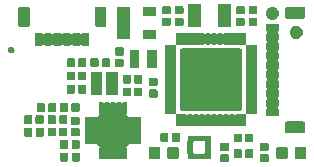
<source format=gbr>
G04 #@! TF.GenerationSoftware,KiCad,Pcbnew,(5.1.5-0-10_14)*
G04 #@! TF.CreationDate,2020-08-25T16:28:50-04:00*
G04 #@! TF.ProjectId,ESLO,45534c4f-2e6b-4696-9361-645f70636258,rev?*
G04 #@! TF.SameCoordinates,Original*
G04 #@! TF.FileFunction,Soldermask,Top*
G04 #@! TF.FilePolarity,Negative*
%FSLAX46Y46*%
G04 Gerber Fmt 4.6, Leading zero omitted, Abs format (unit mm)*
G04 Created by KiCad (PCBNEW (5.1.5-0-10_14)) date 2020-08-25 16:28:50*
%MOMM*%
%LPD*%
G04 APERTURE LIST*
%ADD10C,0.100000*%
G04 APERTURE END LIST*
D10*
G36*
X163931938Y-113031716D02*
G01*
X163952557Y-113037971D01*
X163971553Y-113048124D01*
X163988208Y-113061792D01*
X164001876Y-113078447D01*
X164012029Y-113097443D01*
X164018284Y-113118062D01*
X164021000Y-113145640D01*
X164021000Y-113604360D01*
X164018284Y-113631938D01*
X164012029Y-113652557D01*
X164001876Y-113671553D01*
X163988208Y-113688208D01*
X163971553Y-113701876D01*
X163952557Y-113712029D01*
X163931938Y-113718284D01*
X163904360Y-113721000D01*
X163395640Y-113721000D01*
X163368062Y-113718284D01*
X163347443Y-113712029D01*
X163328447Y-113701876D01*
X163311792Y-113688208D01*
X163298124Y-113671553D01*
X163287971Y-113652557D01*
X163281716Y-113631938D01*
X163279000Y-113604360D01*
X163279000Y-113145640D01*
X163281716Y-113118062D01*
X163287971Y-113097443D01*
X163298124Y-113078447D01*
X163311792Y-113061792D01*
X163328447Y-113048124D01*
X163347443Y-113037971D01*
X163368062Y-113031716D01*
X163395640Y-113029000D01*
X163904360Y-113029000D01*
X163931938Y-113031716D01*
G37*
G36*
X167281938Y-113026716D02*
G01*
X167302557Y-113032971D01*
X167321553Y-113043124D01*
X167338208Y-113056792D01*
X167351876Y-113073447D01*
X167362029Y-113092443D01*
X167368284Y-113113062D01*
X167371000Y-113140640D01*
X167371000Y-113599360D01*
X167368284Y-113626938D01*
X167362029Y-113647557D01*
X167351876Y-113666553D01*
X167338208Y-113683208D01*
X167321553Y-113696876D01*
X167302557Y-113707029D01*
X167281938Y-113713284D01*
X167254360Y-113716000D01*
X166745640Y-113716000D01*
X166718062Y-113713284D01*
X166697443Y-113707029D01*
X166678447Y-113696876D01*
X166661792Y-113683208D01*
X166648124Y-113666553D01*
X166637971Y-113647557D01*
X166631716Y-113626938D01*
X166629000Y-113599360D01*
X166629000Y-113140640D01*
X166631716Y-113113062D01*
X166637971Y-113092443D01*
X166648124Y-113073447D01*
X166661792Y-113056792D01*
X166678447Y-113043124D01*
X166697443Y-113032971D01*
X166718062Y-113026716D01*
X166745640Y-113024000D01*
X167254360Y-113024000D01*
X167281938Y-113026716D01*
G37*
G36*
X151306938Y-112906716D02*
G01*
X151327557Y-112912971D01*
X151346553Y-112923124D01*
X151363208Y-112936792D01*
X151376876Y-112953447D01*
X151387029Y-112972443D01*
X151393284Y-112993062D01*
X151396000Y-113020640D01*
X151396000Y-113529360D01*
X151393284Y-113556938D01*
X151387029Y-113577557D01*
X151376876Y-113596553D01*
X151363208Y-113613208D01*
X151346553Y-113626876D01*
X151327557Y-113637029D01*
X151306938Y-113643284D01*
X151279360Y-113646000D01*
X150820640Y-113646000D01*
X150793062Y-113643284D01*
X150772443Y-113637029D01*
X150753447Y-113626876D01*
X150736792Y-113613208D01*
X150723124Y-113596553D01*
X150712971Y-113577557D01*
X150706716Y-113556938D01*
X150704000Y-113529360D01*
X150704000Y-113020640D01*
X150706716Y-112993062D01*
X150712971Y-112972443D01*
X150723124Y-112953447D01*
X150736792Y-112936792D01*
X150753447Y-112923124D01*
X150772443Y-112912971D01*
X150793062Y-112906716D01*
X150820640Y-112904000D01*
X151279360Y-112904000D01*
X151306938Y-112906716D01*
G37*
G36*
X150336938Y-112906716D02*
G01*
X150357557Y-112912971D01*
X150376553Y-112923124D01*
X150393208Y-112936792D01*
X150406876Y-112953447D01*
X150417029Y-112972443D01*
X150423284Y-112993062D01*
X150426000Y-113020640D01*
X150426000Y-113529360D01*
X150423284Y-113556938D01*
X150417029Y-113577557D01*
X150406876Y-113596553D01*
X150393208Y-113613208D01*
X150376553Y-113626876D01*
X150357557Y-113637029D01*
X150336938Y-113643284D01*
X150309360Y-113646000D01*
X149850640Y-113646000D01*
X149823062Y-113643284D01*
X149802443Y-113637029D01*
X149783447Y-113626876D01*
X149766792Y-113613208D01*
X149753124Y-113596553D01*
X149742971Y-113577557D01*
X149736716Y-113556938D01*
X149734000Y-113529360D01*
X149734000Y-113020640D01*
X149736716Y-112993062D01*
X149742971Y-112972443D01*
X149753124Y-112953447D01*
X149766792Y-112936792D01*
X149783447Y-112923124D01*
X149802443Y-112912971D01*
X149823062Y-112906716D01*
X149850640Y-112904000D01*
X150309360Y-112904000D01*
X150336938Y-112906716D01*
G37*
G36*
X162476000Y-111849001D02*
G01*
X162478402Y-111873387D01*
X162485515Y-111896836D01*
X162497066Y-111918447D01*
X162501000Y-111923241D01*
X162501000Y-112976759D01*
X162497066Y-112981553D01*
X162485515Y-113003164D01*
X162478402Y-113026613D01*
X162476000Y-113050999D01*
X162476000Y-113451000D01*
X160524000Y-113451000D01*
X160524000Y-113050999D01*
X160521598Y-113026613D01*
X160514485Y-113003164D01*
X160502934Y-112981553D01*
X160499000Y-112976759D01*
X160499000Y-112050999D01*
X160976000Y-112050999D01*
X160976000Y-112849001D01*
X160978402Y-112873387D01*
X160985515Y-112896836D01*
X160997066Y-112918447D01*
X161012611Y-112937389D01*
X161031553Y-112952934D01*
X161053164Y-112964485D01*
X161076613Y-112971598D01*
X161100999Y-112974000D01*
X161899001Y-112974000D01*
X161923387Y-112971598D01*
X161946836Y-112964485D01*
X161968447Y-112952934D01*
X161987389Y-112937389D01*
X162002934Y-112918447D01*
X162014485Y-112896836D01*
X162021598Y-112873387D01*
X162024000Y-112849001D01*
X162024000Y-112050999D01*
X162021598Y-112026613D01*
X162014485Y-112003164D01*
X162002934Y-111981553D01*
X161987389Y-111962611D01*
X161968447Y-111947066D01*
X161946836Y-111935515D01*
X161923387Y-111928402D01*
X161899001Y-111926000D01*
X161100999Y-111926000D01*
X161076613Y-111928402D01*
X161053164Y-111935515D01*
X161031553Y-111947066D01*
X161012611Y-111962611D01*
X160997066Y-111981553D01*
X160985515Y-112003164D01*
X160978402Y-112026613D01*
X160976000Y-112050999D01*
X160499000Y-112050999D01*
X160499000Y-111923241D01*
X160502934Y-111918447D01*
X160514485Y-111896836D01*
X160521598Y-111873387D01*
X160524000Y-111849001D01*
X160524000Y-111449000D01*
X162476000Y-111449000D01*
X162476000Y-111849001D01*
G37*
G36*
X170429591Y-112378085D02*
G01*
X170463569Y-112388393D01*
X170494890Y-112405134D01*
X170522339Y-112427661D01*
X170544866Y-112455110D01*
X170561607Y-112486431D01*
X170571915Y-112520409D01*
X170576000Y-112561890D01*
X170576000Y-113238110D01*
X170571915Y-113279591D01*
X170561607Y-113313569D01*
X170544866Y-113344890D01*
X170522339Y-113372339D01*
X170494890Y-113394866D01*
X170463569Y-113411607D01*
X170429591Y-113421915D01*
X170388110Y-113426000D01*
X169786890Y-113426000D01*
X169745409Y-113421915D01*
X169711431Y-113411607D01*
X169680110Y-113394866D01*
X169652661Y-113372339D01*
X169630134Y-113344890D01*
X169613393Y-113313569D01*
X169603085Y-113279591D01*
X169599000Y-113238110D01*
X169599000Y-112561890D01*
X169603085Y-112520409D01*
X169613393Y-112486431D01*
X169630134Y-112455110D01*
X169652661Y-112427661D01*
X169680110Y-112405134D01*
X169711431Y-112388393D01*
X169745409Y-112378085D01*
X169786890Y-112374000D01*
X170388110Y-112374000D01*
X170429591Y-112378085D01*
G37*
G36*
X168854591Y-112378085D02*
G01*
X168888569Y-112388393D01*
X168919890Y-112405134D01*
X168947339Y-112427661D01*
X168969866Y-112455110D01*
X168986607Y-112486431D01*
X168996915Y-112520409D01*
X169001000Y-112561890D01*
X169001000Y-113238110D01*
X168996915Y-113279591D01*
X168986607Y-113313569D01*
X168969866Y-113344890D01*
X168947339Y-113372339D01*
X168919890Y-113394866D01*
X168888569Y-113411607D01*
X168854591Y-113421915D01*
X168813110Y-113426000D01*
X168211890Y-113426000D01*
X168170409Y-113421915D01*
X168136431Y-113411607D01*
X168105110Y-113394866D01*
X168077661Y-113372339D01*
X168055134Y-113344890D01*
X168038393Y-113313569D01*
X168028085Y-113279591D01*
X168024000Y-113238110D01*
X168024000Y-112561890D01*
X168028085Y-112520409D01*
X168038393Y-112486431D01*
X168055134Y-112455110D01*
X168077661Y-112427661D01*
X168105110Y-112405134D01*
X168136431Y-112388393D01*
X168170409Y-112378085D01*
X168211890Y-112374000D01*
X168813110Y-112374000D01*
X168854591Y-112378085D01*
G37*
G36*
X159629591Y-112378085D02*
G01*
X159663569Y-112388393D01*
X159694890Y-112405134D01*
X159722339Y-112427661D01*
X159744866Y-112455110D01*
X159761607Y-112486431D01*
X159771915Y-112520409D01*
X159776000Y-112561890D01*
X159776000Y-113238110D01*
X159771915Y-113279591D01*
X159761607Y-113313569D01*
X159744866Y-113344890D01*
X159722339Y-113372339D01*
X159694890Y-113394866D01*
X159663569Y-113411607D01*
X159629591Y-113421915D01*
X159588110Y-113426000D01*
X158986890Y-113426000D01*
X158945409Y-113421915D01*
X158911431Y-113411607D01*
X158880110Y-113394866D01*
X158852661Y-113372339D01*
X158830134Y-113344890D01*
X158813393Y-113313569D01*
X158803085Y-113279591D01*
X158799000Y-113238110D01*
X158799000Y-112561890D01*
X158803085Y-112520409D01*
X158813393Y-112486431D01*
X158830134Y-112455110D01*
X158852661Y-112427661D01*
X158880110Y-112405134D01*
X158911431Y-112388393D01*
X158945409Y-112378085D01*
X158986890Y-112374000D01*
X159588110Y-112374000D01*
X159629591Y-112378085D01*
G37*
G36*
X158054591Y-112378085D02*
G01*
X158088569Y-112388393D01*
X158119890Y-112405134D01*
X158147339Y-112427661D01*
X158169866Y-112455110D01*
X158186607Y-112486431D01*
X158196915Y-112520409D01*
X158201000Y-112561890D01*
X158201000Y-113238110D01*
X158196915Y-113279591D01*
X158186607Y-113313569D01*
X158169866Y-113344890D01*
X158147339Y-113372339D01*
X158119890Y-113394866D01*
X158088569Y-113411607D01*
X158054591Y-113421915D01*
X158013110Y-113426000D01*
X157411890Y-113426000D01*
X157370409Y-113421915D01*
X157336431Y-113411607D01*
X157305110Y-113394866D01*
X157277661Y-113372339D01*
X157255134Y-113344890D01*
X157238393Y-113313569D01*
X157228085Y-113279591D01*
X157224000Y-113238110D01*
X157224000Y-112561890D01*
X157228085Y-112520409D01*
X157238393Y-112486431D01*
X157255134Y-112455110D01*
X157277661Y-112427661D01*
X157305110Y-112405134D01*
X157336431Y-112388393D01*
X157370409Y-112378085D01*
X157411890Y-112374000D01*
X158013110Y-112374000D01*
X158054591Y-112378085D01*
G37*
G36*
X153355355Y-108625083D02*
G01*
X153360029Y-108626501D01*
X153364330Y-108628800D01*
X153370702Y-108634029D01*
X153391076Y-108647643D01*
X153413715Y-108657020D01*
X153437749Y-108661800D01*
X153462253Y-108661800D01*
X153486286Y-108657019D01*
X153508925Y-108647642D01*
X153529298Y-108634029D01*
X153535670Y-108628800D01*
X153539971Y-108626501D01*
X153544645Y-108625083D01*
X153555641Y-108624000D01*
X153844359Y-108624000D01*
X153855355Y-108625083D01*
X153860029Y-108626501D01*
X153864330Y-108628800D01*
X153870702Y-108634029D01*
X153891076Y-108647643D01*
X153913715Y-108657020D01*
X153937749Y-108661800D01*
X153962253Y-108661800D01*
X153986286Y-108657019D01*
X154008925Y-108647642D01*
X154029298Y-108634029D01*
X154035670Y-108628800D01*
X154039971Y-108626501D01*
X154044645Y-108625083D01*
X154055641Y-108624000D01*
X154344359Y-108624000D01*
X154355355Y-108625083D01*
X154360029Y-108626501D01*
X154364330Y-108628800D01*
X154370702Y-108634029D01*
X154391076Y-108647643D01*
X154413715Y-108657020D01*
X154437749Y-108661800D01*
X154462253Y-108661800D01*
X154486286Y-108657019D01*
X154508925Y-108647642D01*
X154529298Y-108634029D01*
X154535670Y-108628800D01*
X154539971Y-108626501D01*
X154544645Y-108625083D01*
X154555641Y-108624000D01*
X154844359Y-108624000D01*
X154855355Y-108625083D01*
X154860029Y-108626501D01*
X154864330Y-108628800D01*
X154870702Y-108634029D01*
X154891076Y-108647643D01*
X154913715Y-108657020D01*
X154937749Y-108661800D01*
X154962253Y-108661800D01*
X154986286Y-108657019D01*
X155008925Y-108647642D01*
X155029298Y-108634029D01*
X155035670Y-108628800D01*
X155039971Y-108626501D01*
X155044645Y-108625083D01*
X155055641Y-108624000D01*
X155344359Y-108624000D01*
X155355355Y-108625083D01*
X155360029Y-108626501D01*
X155364331Y-108628800D01*
X155368104Y-108631896D01*
X155371200Y-108635669D01*
X155373499Y-108639971D01*
X155374917Y-108644645D01*
X155376000Y-108655641D01*
X155376000Y-109519359D01*
X155374917Y-109530355D01*
X155373499Y-109535029D01*
X155371202Y-109539327D01*
X155364560Y-109547420D01*
X155350946Y-109567795D01*
X155341569Y-109590433D01*
X155336788Y-109614467D01*
X155336788Y-109638971D01*
X155341568Y-109663004D01*
X155350945Y-109685643D01*
X155364559Y-109706018D01*
X155381885Y-109723345D01*
X155402259Y-109736958D01*
X155429464Y-109751500D01*
X155453651Y-109771349D01*
X155473500Y-109795536D01*
X155488042Y-109822741D01*
X155501656Y-109843115D01*
X155518983Y-109860442D01*
X155539358Y-109874055D01*
X155561997Y-109883432D01*
X155586030Y-109888212D01*
X155610534Y-109888212D01*
X155634568Y-109883431D01*
X155657206Y-109874053D01*
X155677580Y-109860440D01*
X155685673Y-109853798D01*
X155689971Y-109851501D01*
X155694645Y-109850083D01*
X155705641Y-109849000D01*
X156569359Y-109849000D01*
X156580355Y-109850083D01*
X156585029Y-109851501D01*
X156589331Y-109853800D01*
X156593104Y-109856896D01*
X156596200Y-109860669D01*
X156598499Y-109864971D01*
X156599917Y-109869645D01*
X156601000Y-109880641D01*
X156601000Y-110169359D01*
X156599917Y-110180355D01*
X156598499Y-110185029D01*
X156596200Y-110189330D01*
X156590971Y-110195702D01*
X156577357Y-110216076D01*
X156567980Y-110238715D01*
X156563200Y-110262749D01*
X156563200Y-110287253D01*
X156567981Y-110311286D01*
X156577358Y-110333925D01*
X156590971Y-110354298D01*
X156596200Y-110360670D01*
X156598499Y-110364971D01*
X156599917Y-110369645D01*
X156601000Y-110380641D01*
X156601000Y-110669359D01*
X156599917Y-110680355D01*
X156598499Y-110685029D01*
X156596200Y-110689330D01*
X156590971Y-110695702D01*
X156577357Y-110716076D01*
X156567980Y-110738715D01*
X156563200Y-110762749D01*
X156563200Y-110787253D01*
X156567981Y-110811286D01*
X156577358Y-110833925D01*
X156590971Y-110854298D01*
X156596200Y-110860670D01*
X156598499Y-110864971D01*
X156599917Y-110869645D01*
X156601000Y-110880641D01*
X156601000Y-111169359D01*
X156599917Y-111180355D01*
X156598499Y-111185029D01*
X156596200Y-111189330D01*
X156590971Y-111195702D01*
X156577357Y-111216076D01*
X156567980Y-111238715D01*
X156563200Y-111262749D01*
X156563200Y-111287253D01*
X156567981Y-111311286D01*
X156577358Y-111333925D01*
X156590971Y-111354298D01*
X156596200Y-111360670D01*
X156598499Y-111364971D01*
X156599917Y-111369645D01*
X156601000Y-111380641D01*
X156601000Y-111669359D01*
X156599917Y-111680355D01*
X156598499Y-111685029D01*
X156596200Y-111689330D01*
X156590971Y-111695702D01*
X156577357Y-111716076D01*
X156567980Y-111738715D01*
X156563200Y-111762749D01*
X156563200Y-111787253D01*
X156567981Y-111811286D01*
X156577358Y-111833925D01*
X156590971Y-111854298D01*
X156596200Y-111860670D01*
X156598499Y-111864971D01*
X156599917Y-111869645D01*
X156601000Y-111880641D01*
X156601000Y-112169359D01*
X156599917Y-112180355D01*
X156598499Y-112185029D01*
X156596200Y-112189331D01*
X156593104Y-112193104D01*
X156589331Y-112196200D01*
X156585029Y-112198499D01*
X156580355Y-112199917D01*
X156569359Y-112201000D01*
X155705641Y-112201000D01*
X155694645Y-112199917D01*
X155689971Y-112198499D01*
X155685673Y-112196202D01*
X155677580Y-112189560D01*
X155657205Y-112175946D01*
X155634567Y-112166569D01*
X155610533Y-112161788D01*
X155586029Y-112161788D01*
X155561996Y-112166568D01*
X155539357Y-112175945D01*
X155518982Y-112189559D01*
X155501655Y-112206885D01*
X155488042Y-112227259D01*
X155473500Y-112254464D01*
X155453651Y-112278651D01*
X155429464Y-112298500D01*
X155402259Y-112313042D01*
X155381885Y-112326656D01*
X155364558Y-112343983D01*
X155350945Y-112364358D01*
X155341568Y-112386997D01*
X155336788Y-112411030D01*
X155336788Y-112435534D01*
X155341569Y-112459568D01*
X155350947Y-112482206D01*
X155364560Y-112502580D01*
X155371202Y-112510673D01*
X155373499Y-112514971D01*
X155374917Y-112519645D01*
X155376000Y-112530641D01*
X155376000Y-113394359D01*
X155374917Y-113405355D01*
X155373499Y-113410029D01*
X155371200Y-113414331D01*
X155368104Y-113418104D01*
X155364331Y-113421200D01*
X155360029Y-113423499D01*
X155355355Y-113424917D01*
X155344359Y-113426000D01*
X155055641Y-113426000D01*
X155044645Y-113424917D01*
X155039971Y-113423499D01*
X155035670Y-113421200D01*
X155029298Y-113415971D01*
X155008924Y-113402357D01*
X154986285Y-113392980D01*
X154962251Y-113388200D01*
X154937747Y-113388200D01*
X154913714Y-113392981D01*
X154891075Y-113402358D01*
X154870702Y-113415971D01*
X154864330Y-113421200D01*
X154860029Y-113423499D01*
X154855355Y-113424917D01*
X154844359Y-113426000D01*
X154555641Y-113426000D01*
X154544645Y-113424917D01*
X154539971Y-113423499D01*
X154535670Y-113421200D01*
X154529298Y-113415971D01*
X154508924Y-113402357D01*
X154486285Y-113392980D01*
X154462251Y-113388200D01*
X154437747Y-113388200D01*
X154413714Y-113392981D01*
X154391075Y-113402358D01*
X154370702Y-113415971D01*
X154364330Y-113421200D01*
X154360029Y-113423499D01*
X154355355Y-113424917D01*
X154344359Y-113426000D01*
X154055641Y-113426000D01*
X154044645Y-113424917D01*
X154039971Y-113423499D01*
X154035670Y-113421200D01*
X154029298Y-113415971D01*
X154008924Y-113402357D01*
X153986285Y-113392980D01*
X153962251Y-113388200D01*
X153937747Y-113388200D01*
X153913714Y-113392981D01*
X153891075Y-113402358D01*
X153870702Y-113415971D01*
X153864330Y-113421200D01*
X153860029Y-113423499D01*
X153855355Y-113424917D01*
X153844359Y-113426000D01*
X153555641Y-113426000D01*
X153544645Y-113424917D01*
X153539971Y-113423499D01*
X153535670Y-113421200D01*
X153529298Y-113415971D01*
X153508924Y-113402357D01*
X153486285Y-113392980D01*
X153462251Y-113388200D01*
X153437747Y-113388200D01*
X153413714Y-113392981D01*
X153391075Y-113402358D01*
X153370702Y-113415971D01*
X153364330Y-113421200D01*
X153360029Y-113423499D01*
X153355355Y-113424917D01*
X153344359Y-113426000D01*
X153055641Y-113426000D01*
X153044645Y-113424917D01*
X153039971Y-113423499D01*
X153035669Y-113421200D01*
X153031896Y-113418104D01*
X153028800Y-113414331D01*
X153026501Y-113410029D01*
X153025083Y-113405355D01*
X153024000Y-113394359D01*
X153024000Y-112530641D01*
X153025083Y-112519645D01*
X153026501Y-112514971D01*
X153028798Y-112510673D01*
X153035440Y-112502580D01*
X153049054Y-112482205D01*
X153058431Y-112459567D01*
X153063212Y-112435533D01*
X153063212Y-112411029D01*
X153058432Y-112386996D01*
X153049055Y-112364357D01*
X153035441Y-112343982D01*
X153018115Y-112326655D01*
X152997741Y-112313042D01*
X152970536Y-112298500D01*
X152946349Y-112278651D01*
X152926500Y-112254464D01*
X152911958Y-112227259D01*
X152898344Y-112206885D01*
X152881017Y-112189558D01*
X152860642Y-112175945D01*
X152838003Y-112166568D01*
X152813970Y-112161788D01*
X152789466Y-112161788D01*
X152765432Y-112166569D01*
X152742794Y-112175947D01*
X152722420Y-112189560D01*
X152714327Y-112196202D01*
X152710029Y-112198499D01*
X152705355Y-112199917D01*
X152694359Y-112201000D01*
X151830641Y-112201000D01*
X151819645Y-112199917D01*
X151814971Y-112198499D01*
X151810669Y-112196200D01*
X151806896Y-112193104D01*
X151803800Y-112189331D01*
X151801501Y-112185029D01*
X151800083Y-112180355D01*
X151799000Y-112169359D01*
X151799000Y-111880641D01*
X151800083Y-111869645D01*
X151801501Y-111864971D01*
X151803800Y-111860670D01*
X151809029Y-111854298D01*
X151822643Y-111833924D01*
X151832020Y-111811285D01*
X151836800Y-111787251D01*
X151836800Y-111762747D01*
X151832019Y-111738714D01*
X151822642Y-111716075D01*
X151809029Y-111695702D01*
X151803800Y-111689330D01*
X151801501Y-111685029D01*
X151800083Y-111680355D01*
X151799000Y-111669359D01*
X151799000Y-111380641D01*
X151800083Y-111369645D01*
X151801501Y-111364971D01*
X151803800Y-111360670D01*
X151809029Y-111354298D01*
X151822643Y-111333924D01*
X151832020Y-111311285D01*
X151836800Y-111287251D01*
X151836800Y-111262747D01*
X151832019Y-111238714D01*
X151822642Y-111216075D01*
X151809029Y-111195702D01*
X151803800Y-111189330D01*
X151801501Y-111185029D01*
X151800083Y-111180355D01*
X151799000Y-111169359D01*
X151799000Y-110880641D01*
X151800083Y-110869645D01*
X151801501Y-110864971D01*
X151803800Y-110860670D01*
X151809029Y-110854298D01*
X151822643Y-110833924D01*
X151832020Y-110811285D01*
X151836800Y-110787251D01*
X151836800Y-110762747D01*
X151832019Y-110738714D01*
X151822642Y-110716075D01*
X151809029Y-110695702D01*
X151803800Y-110689330D01*
X151801501Y-110685029D01*
X151800083Y-110680355D01*
X151799000Y-110669359D01*
X151799000Y-110380641D01*
X151800083Y-110369645D01*
X151801501Y-110364971D01*
X151803800Y-110360670D01*
X151809029Y-110354298D01*
X151822643Y-110333924D01*
X151832020Y-110311285D01*
X151836800Y-110287251D01*
X151836800Y-110262747D01*
X151832019Y-110238714D01*
X151822642Y-110216075D01*
X151809029Y-110195702D01*
X151803800Y-110189330D01*
X151801501Y-110185029D01*
X151800083Y-110180355D01*
X151799000Y-110169359D01*
X151799000Y-109880641D01*
X151800083Y-109869645D01*
X151801501Y-109864971D01*
X151803800Y-109860669D01*
X151806896Y-109856896D01*
X151810669Y-109853800D01*
X151814971Y-109851501D01*
X151819645Y-109850083D01*
X151830641Y-109849000D01*
X152694359Y-109849000D01*
X152705355Y-109850083D01*
X152710029Y-109851501D01*
X152714327Y-109853798D01*
X152722420Y-109860440D01*
X152742795Y-109874054D01*
X152765433Y-109883431D01*
X152789467Y-109888212D01*
X152813971Y-109888212D01*
X152838004Y-109883432D01*
X152860643Y-109874055D01*
X152881018Y-109860441D01*
X152898345Y-109843115D01*
X152911958Y-109822741D01*
X152926500Y-109795536D01*
X152946349Y-109771349D01*
X152970536Y-109751500D01*
X152997741Y-109736958D01*
X153018115Y-109723344D01*
X153035442Y-109706017D01*
X153049055Y-109685642D01*
X153058432Y-109663003D01*
X153063212Y-109638970D01*
X153063212Y-109614466D01*
X153058431Y-109590432D01*
X153049053Y-109567794D01*
X153035440Y-109547420D01*
X153028798Y-109539327D01*
X153026501Y-109535029D01*
X153025083Y-109530355D01*
X153024000Y-109519359D01*
X153024000Y-108655641D01*
X153025083Y-108644645D01*
X153026501Y-108639971D01*
X153028800Y-108635669D01*
X153031896Y-108631896D01*
X153035669Y-108628800D01*
X153039971Y-108626501D01*
X153044645Y-108625083D01*
X153055641Y-108624000D01*
X153344359Y-108624000D01*
X153355355Y-108625083D01*
G37*
G36*
X165031938Y-112606716D02*
G01*
X165052557Y-112612971D01*
X165071553Y-112623124D01*
X165088208Y-112636792D01*
X165101876Y-112653447D01*
X165112029Y-112672443D01*
X165118284Y-112693062D01*
X165121000Y-112720640D01*
X165121000Y-113229360D01*
X165118284Y-113256938D01*
X165112029Y-113277557D01*
X165101876Y-113296553D01*
X165088208Y-113313208D01*
X165071553Y-113326876D01*
X165052557Y-113337029D01*
X165031938Y-113343284D01*
X165004360Y-113346000D01*
X164545640Y-113346000D01*
X164518062Y-113343284D01*
X164497443Y-113337029D01*
X164478447Y-113326876D01*
X164461792Y-113313208D01*
X164448124Y-113296553D01*
X164437971Y-113277557D01*
X164431716Y-113256938D01*
X164429000Y-113229360D01*
X164429000Y-112720640D01*
X164431716Y-112693062D01*
X164437971Y-112672443D01*
X164448124Y-112653447D01*
X164461792Y-112636792D01*
X164478447Y-112623124D01*
X164497443Y-112612971D01*
X164518062Y-112606716D01*
X164545640Y-112604000D01*
X165004360Y-112604000D01*
X165031938Y-112606716D01*
G37*
G36*
X166001938Y-112606716D02*
G01*
X166022557Y-112612971D01*
X166041553Y-112623124D01*
X166058208Y-112636792D01*
X166071876Y-112653447D01*
X166082029Y-112672443D01*
X166088284Y-112693062D01*
X166091000Y-112720640D01*
X166091000Y-113229360D01*
X166088284Y-113256938D01*
X166082029Y-113277557D01*
X166071876Y-113296553D01*
X166058208Y-113313208D01*
X166041553Y-113326876D01*
X166022557Y-113337029D01*
X166001938Y-113343284D01*
X165974360Y-113346000D01*
X165515640Y-113346000D01*
X165488062Y-113343284D01*
X165467443Y-113337029D01*
X165448447Y-113326876D01*
X165431792Y-113313208D01*
X165418124Y-113296553D01*
X165407971Y-113277557D01*
X165401716Y-113256938D01*
X165399000Y-113229360D01*
X165399000Y-112720640D01*
X165401716Y-112693062D01*
X165407971Y-112672443D01*
X165418124Y-112653447D01*
X165431792Y-112636792D01*
X165448447Y-112623124D01*
X165467443Y-112612971D01*
X165488062Y-112606716D01*
X165515640Y-112604000D01*
X165974360Y-112604000D01*
X166001938Y-112606716D01*
G37*
G36*
X163931938Y-112061716D02*
G01*
X163952557Y-112067971D01*
X163971553Y-112078124D01*
X163988208Y-112091792D01*
X164001876Y-112108447D01*
X164012029Y-112127443D01*
X164018284Y-112148062D01*
X164021000Y-112175640D01*
X164021000Y-112634360D01*
X164018284Y-112661938D01*
X164012029Y-112682557D01*
X164001876Y-112701553D01*
X163988208Y-112718208D01*
X163971553Y-112731876D01*
X163952557Y-112742029D01*
X163931938Y-112748284D01*
X163904360Y-112751000D01*
X163395640Y-112751000D01*
X163368062Y-112748284D01*
X163347443Y-112742029D01*
X163328447Y-112731876D01*
X163311792Y-112718208D01*
X163298124Y-112701553D01*
X163287971Y-112682557D01*
X163281716Y-112661938D01*
X163279000Y-112634360D01*
X163279000Y-112175640D01*
X163281716Y-112148062D01*
X163287971Y-112127443D01*
X163298124Y-112108447D01*
X163311792Y-112091792D01*
X163328447Y-112078124D01*
X163347443Y-112067971D01*
X163368062Y-112061716D01*
X163395640Y-112059000D01*
X163904360Y-112059000D01*
X163931938Y-112061716D01*
G37*
G36*
X167281938Y-112056716D02*
G01*
X167302557Y-112062971D01*
X167321553Y-112073124D01*
X167338208Y-112086792D01*
X167351876Y-112103447D01*
X167362029Y-112122443D01*
X167368284Y-112143062D01*
X167371000Y-112170640D01*
X167371000Y-112629360D01*
X167368284Y-112656938D01*
X167362029Y-112677557D01*
X167351876Y-112696553D01*
X167338208Y-112713208D01*
X167321553Y-112726876D01*
X167302557Y-112737029D01*
X167281938Y-112743284D01*
X167254360Y-112746000D01*
X166745640Y-112746000D01*
X166718062Y-112743284D01*
X166697443Y-112737029D01*
X166678447Y-112726876D01*
X166661792Y-112713208D01*
X166648124Y-112696553D01*
X166637971Y-112677557D01*
X166631716Y-112656938D01*
X166629000Y-112629360D01*
X166629000Y-112170640D01*
X166631716Y-112143062D01*
X166637971Y-112122443D01*
X166648124Y-112103447D01*
X166661792Y-112086792D01*
X166678447Y-112073124D01*
X166697443Y-112062971D01*
X166718062Y-112056716D01*
X166745640Y-112054000D01*
X167254360Y-112054000D01*
X167281938Y-112056716D01*
G37*
G36*
X150321938Y-111831716D02*
G01*
X150342557Y-111837971D01*
X150361553Y-111848124D01*
X150378208Y-111861792D01*
X150391876Y-111878447D01*
X150402029Y-111897443D01*
X150408284Y-111918062D01*
X150411000Y-111945640D01*
X150411000Y-112454360D01*
X150408284Y-112481938D01*
X150402029Y-112502557D01*
X150391876Y-112521553D01*
X150378208Y-112538208D01*
X150361553Y-112551876D01*
X150342557Y-112562029D01*
X150321938Y-112568284D01*
X150294360Y-112571000D01*
X149835640Y-112571000D01*
X149808062Y-112568284D01*
X149787443Y-112562029D01*
X149768447Y-112551876D01*
X149751792Y-112538208D01*
X149738124Y-112521553D01*
X149727971Y-112502557D01*
X149721716Y-112481938D01*
X149719000Y-112454360D01*
X149719000Y-111945640D01*
X149721716Y-111918062D01*
X149727971Y-111897443D01*
X149738124Y-111878447D01*
X149751792Y-111861792D01*
X149768447Y-111848124D01*
X149787443Y-111837971D01*
X149808062Y-111831716D01*
X149835640Y-111829000D01*
X150294360Y-111829000D01*
X150321938Y-111831716D01*
G37*
G36*
X151291938Y-111831716D02*
G01*
X151312557Y-111837971D01*
X151331553Y-111848124D01*
X151348208Y-111861792D01*
X151361876Y-111878447D01*
X151372029Y-111897443D01*
X151378284Y-111918062D01*
X151381000Y-111945640D01*
X151381000Y-112454360D01*
X151378284Y-112481938D01*
X151372029Y-112502557D01*
X151361876Y-112521553D01*
X151348208Y-112538208D01*
X151331553Y-112551876D01*
X151312557Y-112562029D01*
X151291938Y-112568284D01*
X151264360Y-112571000D01*
X150805640Y-112571000D01*
X150778062Y-112568284D01*
X150757443Y-112562029D01*
X150738447Y-112551876D01*
X150721792Y-112538208D01*
X150708124Y-112521553D01*
X150697971Y-112502557D01*
X150691716Y-112481938D01*
X150689000Y-112454360D01*
X150689000Y-111945640D01*
X150691716Y-111918062D01*
X150697971Y-111897443D01*
X150708124Y-111878447D01*
X150721792Y-111861792D01*
X150738447Y-111848124D01*
X150757443Y-111837971D01*
X150778062Y-111831716D01*
X150805640Y-111829000D01*
X151264360Y-111829000D01*
X151291938Y-111831716D01*
G37*
G36*
X165031938Y-111281716D02*
G01*
X165052557Y-111287971D01*
X165071553Y-111298124D01*
X165088208Y-111311792D01*
X165101876Y-111328447D01*
X165112029Y-111347443D01*
X165118284Y-111368062D01*
X165121000Y-111395640D01*
X165121000Y-111904360D01*
X165118284Y-111931938D01*
X165112029Y-111952557D01*
X165101876Y-111971553D01*
X165088208Y-111988208D01*
X165071553Y-112001876D01*
X165052557Y-112012029D01*
X165031938Y-112018284D01*
X165004360Y-112021000D01*
X164545640Y-112021000D01*
X164518062Y-112018284D01*
X164497443Y-112012029D01*
X164478447Y-112001876D01*
X164461792Y-111988208D01*
X164448124Y-111971553D01*
X164437971Y-111952557D01*
X164431716Y-111931938D01*
X164429000Y-111904360D01*
X164429000Y-111395640D01*
X164431716Y-111368062D01*
X164437971Y-111347443D01*
X164448124Y-111328447D01*
X164461792Y-111311792D01*
X164478447Y-111298124D01*
X164497443Y-111287971D01*
X164518062Y-111281716D01*
X164545640Y-111279000D01*
X165004360Y-111279000D01*
X165031938Y-111281716D01*
G37*
G36*
X166001938Y-111281716D02*
G01*
X166022557Y-111287971D01*
X166041553Y-111298124D01*
X166058208Y-111311792D01*
X166071876Y-111328447D01*
X166082029Y-111347443D01*
X166088284Y-111368062D01*
X166091000Y-111395640D01*
X166091000Y-111904360D01*
X166088284Y-111931938D01*
X166082029Y-111952557D01*
X166071876Y-111971553D01*
X166058208Y-111988208D01*
X166041553Y-112001876D01*
X166022557Y-112012029D01*
X166001938Y-112018284D01*
X165974360Y-112021000D01*
X165515640Y-112021000D01*
X165488062Y-112018284D01*
X165467443Y-112012029D01*
X165448447Y-112001876D01*
X165431792Y-111988208D01*
X165418124Y-111971553D01*
X165407971Y-111952557D01*
X165401716Y-111931938D01*
X165399000Y-111904360D01*
X165399000Y-111395640D01*
X165401716Y-111368062D01*
X165407971Y-111347443D01*
X165418124Y-111328447D01*
X165431792Y-111311792D01*
X165448447Y-111298124D01*
X165467443Y-111287971D01*
X165488062Y-111281716D01*
X165515640Y-111279000D01*
X165974360Y-111279000D01*
X166001938Y-111281716D01*
G37*
G36*
X159776938Y-111231716D02*
G01*
X159797557Y-111237971D01*
X159816553Y-111248124D01*
X159833208Y-111261792D01*
X159846876Y-111278447D01*
X159857029Y-111297443D01*
X159863284Y-111318062D01*
X159866000Y-111345640D01*
X159866000Y-111854360D01*
X159863284Y-111881938D01*
X159857029Y-111902557D01*
X159846876Y-111921553D01*
X159833208Y-111938208D01*
X159816553Y-111951876D01*
X159797557Y-111962029D01*
X159776938Y-111968284D01*
X159749360Y-111971000D01*
X159290640Y-111971000D01*
X159263062Y-111968284D01*
X159242443Y-111962029D01*
X159223447Y-111951876D01*
X159206792Y-111938208D01*
X159193124Y-111921553D01*
X159182971Y-111902557D01*
X159176716Y-111881938D01*
X159174000Y-111854360D01*
X159174000Y-111345640D01*
X159176716Y-111318062D01*
X159182971Y-111297443D01*
X159193124Y-111278447D01*
X159206792Y-111261792D01*
X159223447Y-111248124D01*
X159242443Y-111237971D01*
X159263062Y-111231716D01*
X159290640Y-111229000D01*
X159749360Y-111229000D01*
X159776938Y-111231716D01*
G37*
G36*
X158806938Y-111231716D02*
G01*
X158827557Y-111237971D01*
X158846553Y-111248124D01*
X158863208Y-111261792D01*
X158876876Y-111278447D01*
X158887029Y-111297443D01*
X158893284Y-111318062D01*
X158896000Y-111345640D01*
X158896000Y-111854360D01*
X158893284Y-111881938D01*
X158887029Y-111902557D01*
X158876876Y-111921553D01*
X158863208Y-111938208D01*
X158846553Y-111951876D01*
X158827557Y-111962029D01*
X158806938Y-111968284D01*
X158779360Y-111971000D01*
X158320640Y-111971000D01*
X158293062Y-111968284D01*
X158272443Y-111962029D01*
X158253447Y-111951876D01*
X158236792Y-111938208D01*
X158223124Y-111921553D01*
X158212971Y-111902557D01*
X158206716Y-111881938D01*
X158204000Y-111854360D01*
X158204000Y-111345640D01*
X158206716Y-111318062D01*
X158212971Y-111297443D01*
X158223124Y-111278447D01*
X158236792Y-111261792D01*
X158253447Y-111248124D01*
X158272443Y-111237971D01*
X158293062Y-111231716D01*
X158320640Y-111229000D01*
X158779360Y-111229000D01*
X158806938Y-111231716D01*
G37*
G36*
X148256938Y-110791716D02*
G01*
X148277557Y-110797971D01*
X148296553Y-110808124D01*
X148313208Y-110821792D01*
X148326876Y-110838447D01*
X148337029Y-110857443D01*
X148343284Y-110878062D01*
X148346000Y-110905640D01*
X148346000Y-111414360D01*
X148343284Y-111441938D01*
X148337029Y-111462557D01*
X148326876Y-111481553D01*
X148313208Y-111498208D01*
X148296553Y-111511876D01*
X148277557Y-111522029D01*
X148256938Y-111528284D01*
X148229360Y-111531000D01*
X147770640Y-111531000D01*
X147743062Y-111528284D01*
X147722443Y-111522029D01*
X147703447Y-111511876D01*
X147686792Y-111498208D01*
X147673124Y-111481553D01*
X147662971Y-111462557D01*
X147656716Y-111441938D01*
X147654000Y-111414360D01*
X147654000Y-110905640D01*
X147656716Y-110878062D01*
X147662971Y-110857443D01*
X147673124Y-110838447D01*
X147686792Y-110821792D01*
X147703447Y-110808124D01*
X147722443Y-110797971D01*
X147743062Y-110791716D01*
X147770640Y-110789000D01*
X148229360Y-110789000D01*
X148256938Y-110791716D01*
G37*
G36*
X147286938Y-110791716D02*
G01*
X147307557Y-110797971D01*
X147326553Y-110808124D01*
X147343208Y-110821792D01*
X147356876Y-110838447D01*
X147367029Y-110857443D01*
X147373284Y-110878062D01*
X147376000Y-110905640D01*
X147376000Y-111414360D01*
X147373284Y-111441938D01*
X147367029Y-111462557D01*
X147356876Y-111481553D01*
X147343208Y-111498208D01*
X147326553Y-111511876D01*
X147307557Y-111522029D01*
X147286938Y-111528284D01*
X147259360Y-111531000D01*
X146800640Y-111531000D01*
X146773062Y-111528284D01*
X146752443Y-111522029D01*
X146733447Y-111511876D01*
X146716792Y-111498208D01*
X146703124Y-111481553D01*
X146692971Y-111462557D01*
X146686716Y-111441938D01*
X146684000Y-111414360D01*
X146684000Y-110905640D01*
X146686716Y-110878062D01*
X146692971Y-110857443D01*
X146703124Y-110838447D01*
X146716792Y-110821792D01*
X146733447Y-110808124D01*
X146752443Y-110797971D01*
X146773062Y-110791716D01*
X146800640Y-110789000D01*
X147259360Y-110789000D01*
X147286938Y-110791716D01*
G37*
G36*
X150256938Y-110781716D02*
G01*
X150277557Y-110787971D01*
X150296553Y-110798124D01*
X150313208Y-110811792D01*
X150326876Y-110828447D01*
X150337029Y-110847443D01*
X150343284Y-110868062D01*
X150346000Y-110895640D01*
X150346000Y-111404360D01*
X150343284Y-111431938D01*
X150337029Y-111452557D01*
X150326876Y-111471553D01*
X150313208Y-111488208D01*
X150296553Y-111501876D01*
X150277557Y-111512029D01*
X150256938Y-111518284D01*
X150229360Y-111521000D01*
X149770640Y-111521000D01*
X149743062Y-111518284D01*
X149722443Y-111512029D01*
X149703447Y-111501876D01*
X149686792Y-111488208D01*
X149673124Y-111471553D01*
X149662971Y-111452557D01*
X149656716Y-111431938D01*
X149654000Y-111404360D01*
X149654000Y-110895640D01*
X149656716Y-110868062D01*
X149662971Y-110847443D01*
X149673124Y-110828447D01*
X149686792Y-110811792D01*
X149703447Y-110798124D01*
X149722443Y-110787971D01*
X149743062Y-110781716D01*
X149770640Y-110779000D01*
X150229360Y-110779000D01*
X150256938Y-110781716D01*
G37*
G36*
X151281938Y-110831716D02*
G01*
X151302557Y-110837971D01*
X151321553Y-110848124D01*
X151338208Y-110861792D01*
X151351876Y-110878447D01*
X151362029Y-110897443D01*
X151368284Y-110918062D01*
X151371000Y-110945640D01*
X151371000Y-111404360D01*
X151368284Y-111431938D01*
X151362029Y-111452557D01*
X151351876Y-111471553D01*
X151338208Y-111488208D01*
X151321553Y-111501876D01*
X151302557Y-111512029D01*
X151281938Y-111518284D01*
X151254360Y-111521000D01*
X150745640Y-111521000D01*
X150718062Y-111518284D01*
X150697443Y-111512029D01*
X150678447Y-111501876D01*
X150661792Y-111488208D01*
X150648124Y-111471553D01*
X150637971Y-111452557D01*
X150631716Y-111431938D01*
X150629000Y-111404360D01*
X150629000Y-110945640D01*
X150631716Y-110918062D01*
X150637971Y-110897443D01*
X150648124Y-110878447D01*
X150661792Y-110861792D01*
X150678447Y-110848124D01*
X150697443Y-110837971D01*
X150718062Y-110831716D01*
X150745640Y-110829000D01*
X151254360Y-110829000D01*
X151281938Y-110831716D01*
G37*
G36*
X149286938Y-110781716D02*
G01*
X149307557Y-110787971D01*
X149326553Y-110798124D01*
X149343208Y-110811792D01*
X149356876Y-110828447D01*
X149367029Y-110847443D01*
X149373284Y-110868062D01*
X149376000Y-110895640D01*
X149376000Y-111404360D01*
X149373284Y-111431938D01*
X149367029Y-111452557D01*
X149356876Y-111471553D01*
X149343208Y-111488208D01*
X149326553Y-111501876D01*
X149307557Y-111512029D01*
X149286938Y-111518284D01*
X149259360Y-111521000D01*
X148800640Y-111521000D01*
X148773062Y-111518284D01*
X148752443Y-111512029D01*
X148733447Y-111501876D01*
X148716792Y-111488208D01*
X148703124Y-111471553D01*
X148692971Y-111452557D01*
X148686716Y-111431938D01*
X148684000Y-111404360D01*
X148684000Y-110895640D01*
X148686716Y-110868062D01*
X148692971Y-110847443D01*
X148703124Y-110828447D01*
X148716792Y-110811792D01*
X148733447Y-110798124D01*
X148752443Y-110787971D01*
X148773062Y-110781716D01*
X148800640Y-110779000D01*
X149259360Y-110779000D01*
X149286938Y-110781716D01*
G37*
G36*
X170319560Y-110253205D02*
G01*
X170354713Y-110263869D01*
X170387110Y-110281186D01*
X170415509Y-110304491D01*
X170438814Y-110332890D01*
X170456131Y-110365287D01*
X170466795Y-110400440D01*
X170471000Y-110443140D01*
X170471000Y-111056860D01*
X170466795Y-111099560D01*
X170456131Y-111134713D01*
X170438814Y-111167110D01*
X170415509Y-111195509D01*
X170387110Y-111218814D01*
X170354713Y-111236131D01*
X170319560Y-111246795D01*
X170276860Y-111251000D01*
X168963140Y-111251000D01*
X168920440Y-111246795D01*
X168885287Y-111236131D01*
X168852890Y-111218814D01*
X168824491Y-111195509D01*
X168801186Y-111167110D01*
X168783869Y-111134713D01*
X168773205Y-111099560D01*
X168769000Y-111056860D01*
X168769000Y-110443140D01*
X168773205Y-110400440D01*
X168783869Y-110365287D01*
X168801186Y-110332890D01*
X168824491Y-110304491D01*
X168852890Y-110281186D01*
X168885287Y-110263869D01*
X168920440Y-110253205D01*
X168963140Y-110249000D01*
X170276860Y-110249000D01*
X170319560Y-110253205D01*
G37*
G36*
X159905355Y-102775083D02*
G01*
X159910029Y-102776501D01*
X159914330Y-102778800D01*
X159920702Y-102784029D01*
X159941076Y-102797643D01*
X159963715Y-102807020D01*
X159987749Y-102811800D01*
X160012253Y-102811800D01*
X160036286Y-102807019D01*
X160058925Y-102797642D01*
X160079298Y-102784029D01*
X160085670Y-102778800D01*
X160089971Y-102776501D01*
X160094645Y-102775083D01*
X160105641Y-102774000D01*
X160394359Y-102774000D01*
X160405355Y-102775083D01*
X160410029Y-102776501D01*
X160414330Y-102778800D01*
X160420702Y-102784029D01*
X160441076Y-102797643D01*
X160463715Y-102807020D01*
X160487749Y-102811800D01*
X160512253Y-102811800D01*
X160536286Y-102807019D01*
X160558925Y-102797642D01*
X160579298Y-102784029D01*
X160585670Y-102778800D01*
X160589971Y-102776501D01*
X160594645Y-102775083D01*
X160605641Y-102774000D01*
X160894359Y-102774000D01*
X160905355Y-102775083D01*
X160910029Y-102776501D01*
X160914330Y-102778800D01*
X160920702Y-102784029D01*
X160941076Y-102797643D01*
X160963715Y-102807020D01*
X160987749Y-102811800D01*
X161012253Y-102811800D01*
X161036286Y-102807019D01*
X161058925Y-102797642D01*
X161079298Y-102784029D01*
X161085670Y-102778800D01*
X161089971Y-102776501D01*
X161094645Y-102775083D01*
X161105641Y-102774000D01*
X161394359Y-102774000D01*
X161405355Y-102775083D01*
X161410029Y-102776501D01*
X161414330Y-102778800D01*
X161420702Y-102784029D01*
X161441076Y-102797643D01*
X161463715Y-102807020D01*
X161487749Y-102811800D01*
X161512253Y-102811800D01*
X161536286Y-102807019D01*
X161558925Y-102797642D01*
X161579298Y-102784029D01*
X161585670Y-102778800D01*
X161589971Y-102776501D01*
X161594645Y-102775083D01*
X161605641Y-102774000D01*
X161894359Y-102774000D01*
X161905355Y-102775083D01*
X161910029Y-102776501D01*
X161914330Y-102778800D01*
X161920702Y-102784029D01*
X161941076Y-102797643D01*
X161963715Y-102807020D01*
X161987749Y-102811800D01*
X162012253Y-102811800D01*
X162036286Y-102807019D01*
X162058925Y-102797642D01*
X162079298Y-102784029D01*
X162085670Y-102778800D01*
X162089971Y-102776501D01*
X162094645Y-102775083D01*
X162105641Y-102774000D01*
X162394359Y-102774000D01*
X162405355Y-102775083D01*
X162410029Y-102776501D01*
X162414330Y-102778800D01*
X162420702Y-102784029D01*
X162441076Y-102797643D01*
X162463715Y-102807020D01*
X162487749Y-102811800D01*
X162512253Y-102811800D01*
X162536286Y-102807019D01*
X162558925Y-102797642D01*
X162579298Y-102784029D01*
X162585670Y-102778800D01*
X162589971Y-102776501D01*
X162594645Y-102775083D01*
X162605641Y-102774000D01*
X162894359Y-102774000D01*
X162905355Y-102775083D01*
X162910029Y-102776501D01*
X162914330Y-102778800D01*
X162920702Y-102784029D01*
X162941076Y-102797643D01*
X162963715Y-102807020D01*
X162987749Y-102811800D01*
X163012253Y-102811800D01*
X163036286Y-102807019D01*
X163058925Y-102797642D01*
X163079298Y-102784029D01*
X163085670Y-102778800D01*
X163089971Y-102776501D01*
X163094645Y-102775083D01*
X163105641Y-102774000D01*
X163394359Y-102774000D01*
X163405355Y-102775083D01*
X163410029Y-102776501D01*
X163414330Y-102778800D01*
X163420702Y-102784029D01*
X163441076Y-102797643D01*
X163463715Y-102807020D01*
X163487749Y-102811800D01*
X163512253Y-102811800D01*
X163536286Y-102807019D01*
X163558925Y-102797642D01*
X163579298Y-102784029D01*
X163585670Y-102778800D01*
X163589971Y-102776501D01*
X163594645Y-102775083D01*
X163605641Y-102774000D01*
X163894359Y-102774000D01*
X163905355Y-102775083D01*
X163910029Y-102776501D01*
X163914330Y-102778800D01*
X163920702Y-102784029D01*
X163941076Y-102797643D01*
X163963715Y-102807020D01*
X163987749Y-102811800D01*
X164012253Y-102811800D01*
X164036286Y-102807019D01*
X164058925Y-102797642D01*
X164079298Y-102784029D01*
X164085670Y-102778800D01*
X164089971Y-102776501D01*
X164094645Y-102775083D01*
X164105641Y-102774000D01*
X164394359Y-102774000D01*
X164405355Y-102775083D01*
X164410029Y-102776501D01*
X164414330Y-102778800D01*
X164420702Y-102784029D01*
X164441076Y-102797643D01*
X164463715Y-102807020D01*
X164487749Y-102811800D01*
X164512253Y-102811800D01*
X164536286Y-102807019D01*
X164558925Y-102797642D01*
X164579298Y-102784029D01*
X164585670Y-102778800D01*
X164589971Y-102776501D01*
X164594645Y-102775083D01*
X164605641Y-102774000D01*
X164894359Y-102774000D01*
X164905355Y-102775083D01*
X164910029Y-102776501D01*
X164914330Y-102778800D01*
X164920702Y-102784029D01*
X164941076Y-102797643D01*
X164963715Y-102807020D01*
X164987749Y-102811800D01*
X165012253Y-102811800D01*
X165036286Y-102807019D01*
X165058925Y-102797642D01*
X165079298Y-102784029D01*
X165085670Y-102778800D01*
X165089971Y-102776501D01*
X165094645Y-102775083D01*
X165105641Y-102774000D01*
X165394359Y-102774000D01*
X165405355Y-102775083D01*
X165410029Y-102776501D01*
X165414331Y-102778800D01*
X165418104Y-102781896D01*
X165421200Y-102785669D01*
X165423499Y-102789971D01*
X165424917Y-102794645D01*
X165426000Y-102805641D01*
X165426000Y-103649001D01*
X165428402Y-103673387D01*
X165435515Y-103696836D01*
X165447066Y-103718447D01*
X165462611Y-103737389D01*
X165481553Y-103752934D01*
X165503164Y-103764485D01*
X165526613Y-103771598D01*
X165550999Y-103774000D01*
X166394359Y-103774000D01*
X166405355Y-103775083D01*
X166410029Y-103776501D01*
X166414331Y-103778800D01*
X166418104Y-103781896D01*
X166421200Y-103785669D01*
X166423499Y-103789971D01*
X166424917Y-103794645D01*
X166426000Y-103805641D01*
X166426000Y-104094359D01*
X166424917Y-104105355D01*
X166423499Y-104110029D01*
X166421200Y-104114330D01*
X166415971Y-104120702D01*
X166402357Y-104141076D01*
X166392980Y-104163715D01*
X166388200Y-104187749D01*
X166388200Y-104212253D01*
X166392981Y-104236286D01*
X166402358Y-104258925D01*
X166415971Y-104279298D01*
X166421200Y-104285670D01*
X166423499Y-104289971D01*
X166424917Y-104294645D01*
X166426000Y-104305641D01*
X166426000Y-104594359D01*
X166424917Y-104605355D01*
X166423499Y-104610029D01*
X166421200Y-104614330D01*
X166415971Y-104620702D01*
X166402357Y-104641076D01*
X166392980Y-104663715D01*
X166388200Y-104687749D01*
X166388200Y-104712253D01*
X166392981Y-104736286D01*
X166402358Y-104758925D01*
X166415971Y-104779298D01*
X166421200Y-104785670D01*
X166423499Y-104789971D01*
X166424917Y-104794645D01*
X166426000Y-104805641D01*
X166426000Y-105094359D01*
X166424917Y-105105355D01*
X166423499Y-105110029D01*
X166421200Y-105114330D01*
X166415971Y-105120702D01*
X166402357Y-105141076D01*
X166392980Y-105163715D01*
X166388200Y-105187749D01*
X166388200Y-105212253D01*
X166392981Y-105236286D01*
X166402358Y-105258925D01*
X166415971Y-105279298D01*
X166421200Y-105285670D01*
X166423499Y-105289971D01*
X166424917Y-105294645D01*
X166426000Y-105305641D01*
X166426000Y-105594359D01*
X166424917Y-105605355D01*
X166423499Y-105610029D01*
X166421200Y-105614330D01*
X166415971Y-105620702D01*
X166402357Y-105641076D01*
X166392980Y-105663715D01*
X166388200Y-105687749D01*
X166388200Y-105712253D01*
X166392981Y-105736286D01*
X166402358Y-105758925D01*
X166415971Y-105779298D01*
X166421200Y-105785670D01*
X166423499Y-105789971D01*
X166424917Y-105794645D01*
X166426000Y-105805641D01*
X166426000Y-106094359D01*
X166424917Y-106105355D01*
X166423499Y-106110029D01*
X166421200Y-106114330D01*
X166415971Y-106120702D01*
X166402357Y-106141076D01*
X166392980Y-106163715D01*
X166388200Y-106187749D01*
X166388200Y-106212253D01*
X166392981Y-106236286D01*
X166402358Y-106258925D01*
X166415971Y-106279298D01*
X166421200Y-106285670D01*
X166423499Y-106289971D01*
X166424917Y-106294645D01*
X166426000Y-106305641D01*
X166426000Y-106594359D01*
X166424917Y-106605355D01*
X166423499Y-106610029D01*
X166421200Y-106614330D01*
X166415971Y-106620702D01*
X166402357Y-106641076D01*
X166392980Y-106663715D01*
X166388200Y-106687749D01*
X166388200Y-106712253D01*
X166392981Y-106736286D01*
X166402358Y-106758925D01*
X166415971Y-106779298D01*
X166421200Y-106785670D01*
X166423499Y-106789971D01*
X166424917Y-106794645D01*
X166426000Y-106805641D01*
X166426000Y-107094359D01*
X166424917Y-107105355D01*
X166423499Y-107110029D01*
X166421200Y-107114330D01*
X166415971Y-107120702D01*
X166402357Y-107141076D01*
X166392980Y-107163715D01*
X166388200Y-107187749D01*
X166388200Y-107212253D01*
X166392981Y-107236286D01*
X166402358Y-107258925D01*
X166415971Y-107279298D01*
X166421200Y-107285670D01*
X166423499Y-107289971D01*
X166424917Y-107294645D01*
X166426000Y-107305641D01*
X166426000Y-107594359D01*
X166424917Y-107605355D01*
X166423499Y-107610029D01*
X166421200Y-107614330D01*
X166415971Y-107620702D01*
X166402357Y-107641076D01*
X166392980Y-107663715D01*
X166388200Y-107687749D01*
X166388200Y-107712253D01*
X166392981Y-107736286D01*
X166402358Y-107758925D01*
X166415971Y-107779298D01*
X166421200Y-107785670D01*
X166423499Y-107789971D01*
X166424917Y-107794645D01*
X166426000Y-107805641D01*
X166426000Y-108094359D01*
X166424917Y-108105355D01*
X166423499Y-108110029D01*
X166421200Y-108114330D01*
X166415971Y-108120702D01*
X166402357Y-108141076D01*
X166392980Y-108163715D01*
X166388200Y-108187749D01*
X166388200Y-108212253D01*
X166392981Y-108236286D01*
X166402358Y-108258925D01*
X166415971Y-108279298D01*
X166421200Y-108285670D01*
X166423499Y-108289971D01*
X166424917Y-108294645D01*
X166426000Y-108305641D01*
X166426000Y-108594359D01*
X166424917Y-108605355D01*
X166423499Y-108610029D01*
X166421200Y-108614330D01*
X166415971Y-108620702D01*
X166402357Y-108641076D01*
X166392980Y-108663715D01*
X166388200Y-108687749D01*
X166388200Y-108712253D01*
X166392981Y-108736286D01*
X166402358Y-108758925D01*
X166415971Y-108779298D01*
X166421200Y-108785670D01*
X166423499Y-108789971D01*
X166424917Y-108794645D01*
X166426000Y-108805641D01*
X166426000Y-109094359D01*
X166424917Y-109105355D01*
X166423499Y-109110029D01*
X166421200Y-109114330D01*
X166415971Y-109120702D01*
X166402357Y-109141076D01*
X166392980Y-109163715D01*
X166388200Y-109187749D01*
X166388200Y-109212253D01*
X166392981Y-109236286D01*
X166402358Y-109258925D01*
X166415971Y-109279298D01*
X166421200Y-109285670D01*
X166423499Y-109289971D01*
X166424917Y-109294645D01*
X166426000Y-109305641D01*
X166426000Y-109594359D01*
X166424917Y-109605355D01*
X166423499Y-109610029D01*
X166421200Y-109614331D01*
X166418104Y-109618104D01*
X166414331Y-109621200D01*
X166410029Y-109623499D01*
X166405355Y-109624917D01*
X166394359Y-109626000D01*
X165550999Y-109626000D01*
X165526613Y-109628402D01*
X165503164Y-109635515D01*
X165481553Y-109647066D01*
X165462611Y-109662611D01*
X165447066Y-109681553D01*
X165435515Y-109703164D01*
X165428402Y-109726613D01*
X165426000Y-109750999D01*
X165426000Y-110594359D01*
X165424917Y-110605355D01*
X165423499Y-110610029D01*
X165421200Y-110614331D01*
X165418104Y-110618104D01*
X165414331Y-110621200D01*
X165410029Y-110623499D01*
X165405355Y-110624917D01*
X165394359Y-110626000D01*
X165105641Y-110626000D01*
X165094645Y-110624917D01*
X165089971Y-110623499D01*
X165085670Y-110621200D01*
X165079298Y-110615971D01*
X165058924Y-110602357D01*
X165036285Y-110592980D01*
X165012251Y-110588200D01*
X164987747Y-110588200D01*
X164963714Y-110592981D01*
X164941075Y-110602358D01*
X164920702Y-110615971D01*
X164914330Y-110621200D01*
X164910029Y-110623499D01*
X164905355Y-110624917D01*
X164894359Y-110626000D01*
X164605641Y-110626000D01*
X164594645Y-110624917D01*
X164589971Y-110623499D01*
X164585670Y-110621200D01*
X164579298Y-110615971D01*
X164558924Y-110602357D01*
X164536285Y-110592980D01*
X164512251Y-110588200D01*
X164487747Y-110588200D01*
X164463714Y-110592981D01*
X164441075Y-110602358D01*
X164420702Y-110615971D01*
X164414330Y-110621200D01*
X164410029Y-110623499D01*
X164405355Y-110624917D01*
X164394359Y-110626000D01*
X164105641Y-110626000D01*
X164094645Y-110624917D01*
X164089971Y-110623499D01*
X164085670Y-110621200D01*
X164079298Y-110615971D01*
X164058924Y-110602357D01*
X164036285Y-110592980D01*
X164012251Y-110588200D01*
X163987747Y-110588200D01*
X163963714Y-110592981D01*
X163941075Y-110602358D01*
X163920702Y-110615971D01*
X163914330Y-110621200D01*
X163910029Y-110623499D01*
X163905355Y-110624917D01*
X163894359Y-110626000D01*
X163605641Y-110626000D01*
X163594645Y-110624917D01*
X163589971Y-110623499D01*
X163585670Y-110621200D01*
X163579298Y-110615971D01*
X163558924Y-110602357D01*
X163536285Y-110592980D01*
X163512251Y-110588200D01*
X163487747Y-110588200D01*
X163463714Y-110592981D01*
X163441075Y-110602358D01*
X163420702Y-110615971D01*
X163414330Y-110621200D01*
X163410029Y-110623499D01*
X163405355Y-110624917D01*
X163394359Y-110626000D01*
X163105641Y-110626000D01*
X163094645Y-110624917D01*
X163089971Y-110623499D01*
X163085670Y-110621200D01*
X163079298Y-110615971D01*
X163058924Y-110602357D01*
X163036285Y-110592980D01*
X163012251Y-110588200D01*
X162987747Y-110588200D01*
X162963714Y-110592981D01*
X162941075Y-110602358D01*
X162920702Y-110615971D01*
X162914330Y-110621200D01*
X162910029Y-110623499D01*
X162905355Y-110624917D01*
X162894359Y-110626000D01*
X162605641Y-110626000D01*
X162594645Y-110624917D01*
X162589971Y-110623499D01*
X162585670Y-110621200D01*
X162579298Y-110615971D01*
X162558924Y-110602357D01*
X162536285Y-110592980D01*
X162512251Y-110588200D01*
X162487747Y-110588200D01*
X162463714Y-110592981D01*
X162441075Y-110602358D01*
X162420702Y-110615971D01*
X162414330Y-110621200D01*
X162410029Y-110623499D01*
X162405355Y-110624917D01*
X162394359Y-110626000D01*
X162105641Y-110626000D01*
X162094645Y-110624917D01*
X162089971Y-110623499D01*
X162085670Y-110621200D01*
X162079298Y-110615971D01*
X162058924Y-110602357D01*
X162036285Y-110592980D01*
X162012251Y-110588200D01*
X161987747Y-110588200D01*
X161963714Y-110592981D01*
X161941075Y-110602358D01*
X161920702Y-110615971D01*
X161914330Y-110621200D01*
X161910029Y-110623499D01*
X161905355Y-110624917D01*
X161894359Y-110626000D01*
X161605641Y-110626000D01*
X161594645Y-110624917D01*
X161589971Y-110623499D01*
X161585670Y-110621200D01*
X161579298Y-110615971D01*
X161558924Y-110602357D01*
X161536285Y-110592980D01*
X161512251Y-110588200D01*
X161487747Y-110588200D01*
X161463714Y-110592981D01*
X161441075Y-110602358D01*
X161420702Y-110615971D01*
X161414330Y-110621200D01*
X161410029Y-110623499D01*
X161405355Y-110624917D01*
X161394359Y-110626000D01*
X161105641Y-110626000D01*
X161094645Y-110624917D01*
X161089971Y-110623499D01*
X161085670Y-110621200D01*
X161079298Y-110615971D01*
X161058924Y-110602357D01*
X161036285Y-110592980D01*
X161012251Y-110588200D01*
X160987747Y-110588200D01*
X160963714Y-110592981D01*
X160941075Y-110602358D01*
X160920702Y-110615971D01*
X160914330Y-110621200D01*
X160910029Y-110623499D01*
X160905355Y-110624917D01*
X160894359Y-110626000D01*
X160605641Y-110626000D01*
X160594645Y-110624917D01*
X160589971Y-110623499D01*
X160585670Y-110621200D01*
X160579298Y-110615971D01*
X160558924Y-110602357D01*
X160536285Y-110592980D01*
X160512251Y-110588200D01*
X160487747Y-110588200D01*
X160463714Y-110592981D01*
X160441075Y-110602358D01*
X160420702Y-110615971D01*
X160414330Y-110621200D01*
X160410029Y-110623499D01*
X160405355Y-110624917D01*
X160394359Y-110626000D01*
X160105641Y-110626000D01*
X160094645Y-110624917D01*
X160089971Y-110623499D01*
X160085670Y-110621200D01*
X160079298Y-110615971D01*
X160058924Y-110602357D01*
X160036285Y-110592980D01*
X160012251Y-110588200D01*
X159987747Y-110588200D01*
X159963714Y-110592981D01*
X159941075Y-110602358D01*
X159920702Y-110615971D01*
X159914330Y-110621200D01*
X159910029Y-110623499D01*
X159905355Y-110624917D01*
X159894359Y-110626000D01*
X159605641Y-110626000D01*
X159594645Y-110624917D01*
X159589971Y-110623499D01*
X159585669Y-110621200D01*
X159581896Y-110618104D01*
X159578800Y-110614331D01*
X159576501Y-110610029D01*
X159575083Y-110605355D01*
X159574000Y-110594359D01*
X159574000Y-109750999D01*
X159571598Y-109726613D01*
X159564485Y-109703164D01*
X159552934Y-109681553D01*
X159537389Y-109662611D01*
X159518447Y-109647066D01*
X159496836Y-109635515D01*
X159473387Y-109628402D01*
X159449001Y-109626000D01*
X158605641Y-109626000D01*
X158594645Y-109624917D01*
X158589971Y-109623499D01*
X158585669Y-109621200D01*
X158581896Y-109618104D01*
X158578800Y-109614331D01*
X158576501Y-109610029D01*
X158575083Y-109605355D01*
X158574000Y-109594359D01*
X158574000Y-109305641D01*
X158575083Y-109294645D01*
X158576501Y-109289971D01*
X158578800Y-109285670D01*
X158584029Y-109279298D01*
X158597643Y-109258924D01*
X158607020Y-109236285D01*
X158611800Y-109212251D01*
X158611800Y-109187747D01*
X158607019Y-109163714D01*
X158597642Y-109141075D01*
X158584029Y-109120702D01*
X158578800Y-109114330D01*
X158576501Y-109110029D01*
X158575083Y-109105355D01*
X158574000Y-109094359D01*
X158574000Y-108805641D01*
X158575083Y-108794645D01*
X158576501Y-108789971D01*
X158578800Y-108785670D01*
X158584029Y-108779298D01*
X158597643Y-108758924D01*
X158607020Y-108736285D01*
X158611800Y-108712251D01*
X158611800Y-108687747D01*
X158607019Y-108663714D01*
X158597642Y-108641075D01*
X158584029Y-108620702D01*
X158578800Y-108614330D01*
X158576501Y-108610029D01*
X158575083Y-108605355D01*
X158574000Y-108594359D01*
X158574000Y-108305641D01*
X158575083Y-108294645D01*
X158576501Y-108289971D01*
X158578800Y-108285670D01*
X158584029Y-108279298D01*
X158597643Y-108258924D01*
X158607020Y-108236285D01*
X158611800Y-108212251D01*
X158611800Y-108187747D01*
X158607019Y-108163714D01*
X158597642Y-108141075D01*
X158584029Y-108120702D01*
X158578800Y-108114330D01*
X158576501Y-108110029D01*
X158575083Y-108105355D01*
X158574000Y-108094359D01*
X158574000Y-107805641D01*
X158575083Y-107794645D01*
X158576501Y-107789971D01*
X158578800Y-107785670D01*
X158584029Y-107779298D01*
X158597643Y-107758924D01*
X158607020Y-107736285D01*
X158611800Y-107712251D01*
X158611800Y-107687747D01*
X158607019Y-107663714D01*
X158597642Y-107641075D01*
X158584029Y-107620702D01*
X158578800Y-107614330D01*
X158576501Y-107610029D01*
X158575083Y-107605355D01*
X158574000Y-107594359D01*
X158574000Y-107305641D01*
X158575083Y-107294645D01*
X158576501Y-107289971D01*
X158578800Y-107285670D01*
X158584029Y-107279298D01*
X158597643Y-107258924D01*
X158607020Y-107236285D01*
X158611800Y-107212251D01*
X158611800Y-107187747D01*
X158607019Y-107163714D01*
X158597642Y-107141075D01*
X158584029Y-107120702D01*
X158578800Y-107114330D01*
X158576501Y-107110029D01*
X158575083Y-107105355D01*
X158574000Y-107094359D01*
X158574000Y-106805641D01*
X158575083Y-106794645D01*
X158576501Y-106789971D01*
X158578800Y-106785670D01*
X158584029Y-106779298D01*
X158597643Y-106758924D01*
X158607020Y-106736285D01*
X158611800Y-106712251D01*
X158611800Y-106687747D01*
X158607019Y-106663714D01*
X158597642Y-106641075D01*
X158584029Y-106620702D01*
X158578800Y-106614330D01*
X158576501Y-106610029D01*
X158575083Y-106605355D01*
X158574000Y-106594359D01*
X158574000Y-106305641D01*
X158575083Y-106294645D01*
X158576501Y-106289971D01*
X158578800Y-106285670D01*
X158584029Y-106279298D01*
X158597643Y-106258924D01*
X158607020Y-106236285D01*
X158611800Y-106212251D01*
X158611800Y-106187747D01*
X158607019Y-106163714D01*
X158597642Y-106141075D01*
X158584029Y-106120702D01*
X158578800Y-106114330D01*
X158576501Y-106110029D01*
X158575083Y-106105355D01*
X158574000Y-106094359D01*
X158574000Y-105805641D01*
X158575083Y-105794645D01*
X158576501Y-105789971D01*
X158578800Y-105785670D01*
X158584029Y-105779298D01*
X158597643Y-105758924D01*
X158607020Y-105736285D01*
X158611800Y-105712251D01*
X158611800Y-105687747D01*
X158607019Y-105663714D01*
X158597642Y-105641075D01*
X158584029Y-105620702D01*
X158578800Y-105614330D01*
X158576501Y-105610029D01*
X158575083Y-105605355D01*
X158574000Y-105594359D01*
X158574000Y-105305641D01*
X158575083Y-105294645D01*
X158576501Y-105289971D01*
X158578800Y-105285670D01*
X158584029Y-105279298D01*
X158597643Y-105258924D01*
X158607020Y-105236285D01*
X158611800Y-105212251D01*
X158611800Y-105187747D01*
X158607019Y-105163714D01*
X158597642Y-105141075D01*
X158584029Y-105120702D01*
X158578800Y-105114330D01*
X158576501Y-105110029D01*
X158575083Y-105105355D01*
X158574000Y-105094359D01*
X158574000Y-104805641D01*
X158575083Y-104794645D01*
X158576501Y-104789971D01*
X158578800Y-104785670D01*
X158584029Y-104779298D01*
X158597643Y-104758924D01*
X158607020Y-104736285D01*
X158611800Y-104712251D01*
X158611800Y-104687747D01*
X158607019Y-104663714D01*
X158597642Y-104641075D01*
X158584029Y-104620702D01*
X158578800Y-104614330D01*
X158576501Y-104610029D01*
X158575083Y-104605355D01*
X158574000Y-104594359D01*
X158574000Y-104305641D01*
X158575083Y-104294645D01*
X158576501Y-104289971D01*
X158578800Y-104285670D01*
X158584029Y-104279298D01*
X158597643Y-104258924D01*
X158607020Y-104236285D01*
X158611800Y-104212251D01*
X158611800Y-104187749D01*
X159513200Y-104187749D01*
X159513200Y-104212253D01*
X159517981Y-104236286D01*
X159527358Y-104258925D01*
X159540971Y-104279298D01*
X159546200Y-104285670D01*
X159548499Y-104289971D01*
X159549917Y-104294645D01*
X159551000Y-104305641D01*
X159551000Y-104594359D01*
X159549917Y-104605355D01*
X159548499Y-104610029D01*
X159546200Y-104614330D01*
X159540971Y-104620702D01*
X159527357Y-104641076D01*
X159517980Y-104663715D01*
X159513200Y-104687749D01*
X159513200Y-104712253D01*
X159517981Y-104736286D01*
X159527358Y-104758925D01*
X159540971Y-104779298D01*
X159546200Y-104785670D01*
X159548499Y-104789971D01*
X159549917Y-104794645D01*
X159551000Y-104805641D01*
X159551000Y-105094359D01*
X159549917Y-105105355D01*
X159548499Y-105110029D01*
X159546200Y-105114330D01*
X159540971Y-105120702D01*
X159527357Y-105141076D01*
X159517980Y-105163715D01*
X159513200Y-105187749D01*
X159513200Y-105212253D01*
X159517981Y-105236286D01*
X159527358Y-105258925D01*
X159540971Y-105279298D01*
X159546200Y-105285670D01*
X159548499Y-105289971D01*
X159549917Y-105294645D01*
X159551000Y-105305641D01*
X159551000Y-105594359D01*
X159549917Y-105605355D01*
X159548499Y-105610029D01*
X159546200Y-105614330D01*
X159540971Y-105620702D01*
X159527357Y-105641076D01*
X159517980Y-105663715D01*
X159513200Y-105687749D01*
X159513200Y-105712253D01*
X159517981Y-105736286D01*
X159527358Y-105758925D01*
X159540971Y-105779298D01*
X159546200Y-105785670D01*
X159548499Y-105789971D01*
X159549917Y-105794645D01*
X159551000Y-105805641D01*
X159551000Y-106094359D01*
X159549917Y-106105355D01*
X159548499Y-106110029D01*
X159546200Y-106114330D01*
X159540971Y-106120702D01*
X159527357Y-106141076D01*
X159517980Y-106163715D01*
X159513200Y-106187749D01*
X159513200Y-106212253D01*
X159517981Y-106236286D01*
X159527358Y-106258925D01*
X159540971Y-106279298D01*
X159546200Y-106285670D01*
X159548499Y-106289971D01*
X159549917Y-106294645D01*
X159551000Y-106305641D01*
X159551000Y-106594359D01*
X159549917Y-106605355D01*
X159548499Y-106610029D01*
X159546200Y-106614330D01*
X159540971Y-106620702D01*
X159527357Y-106641076D01*
X159517980Y-106663715D01*
X159513200Y-106687749D01*
X159513200Y-106712253D01*
X159517981Y-106736286D01*
X159527358Y-106758925D01*
X159540971Y-106779298D01*
X159546200Y-106785670D01*
X159548499Y-106789971D01*
X159549917Y-106794645D01*
X159551000Y-106805641D01*
X159551000Y-107094359D01*
X159549917Y-107105355D01*
X159548499Y-107110029D01*
X159546200Y-107114330D01*
X159540971Y-107120702D01*
X159527357Y-107141076D01*
X159517980Y-107163715D01*
X159513200Y-107187749D01*
X159513200Y-107212253D01*
X159517981Y-107236286D01*
X159527358Y-107258925D01*
X159540971Y-107279298D01*
X159546200Y-107285670D01*
X159548499Y-107289971D01*
X159549917Y-107294645D01*
X159551000Y-107305641D01*
X159551000Y-107594359D01*
X159549917Y-107605355D01*
X159548499Y-107610029D01*
X159546200Y-107614330D01*
X159540971Y-107620702D01*
X159527357Y-107641076D01*
X159517980Y-107663715D01*
X159513200Y-107687749D01*
X159513200Y-107712253D01*
X159517981Y-107736286D01*
X159527358Y-107758925D01*
X159540971Y-107779298D01*
X159546200Y-107785670D01*
X159548499Y-107789971D01*
X159549917Y-107794645D01*
X159551000Y-107805641D01*
X159551000Y-108094359D01*
X159549917Y-108105355D01*
X159548499Y-108110029D01*
X159546200Y-108114330D01*
X159540971Y-108120702D01*
X159527357Y-108141076D01*
X159517980Y-108163715D01*
X159513200Y-108187749D01*
X159513200Y-108212253D01*
X159517981Y-108236286D01*
X159527358Y-108258925D01*
X159540971Y-108279298D01*
X159546200Y-108285670D01*
X159548499Y-108289971D01*
X159549917Y-108294645D01*
X159551000Y-108305641D01*
X159551000Y-108594359D01*
X159549917Y-108605355D01*
X159548499Y-108610029D01*
X159546200Y-108614330D01*
X159540971Y-108620702D01*
X159527357Y-108641076D01*
X159517980Y-108663715D01*
X159513200Y-108687749D01*
X159513200Y-108712253D01*
X159517981Y-108736286D01*
X159527358Y-108758925D01*
X159540971Y-108779298D01*
X159546200Y-108785670D01*
X159548499Y-108789971D01*
X159549917Y-108794645D01*
X159551000Y-108805641D01*
X159551000Y-109094359D01*
X159549917Y-109105355D01*
X159548499Y-109110029D01*
X159546200Y-109114330D01*
X159540971Y-109120702D01*
X159527357Y-109141076D01*
X159517980Y-109163715D01*
X159513200Y-109187749D01*
X159513200Y-109212253D01*
X159517981Y-109236286D01*
X159527358Y-109258925D01*
X159540971Y-109279298D01*
X159546200Y-109285670D01*
X159548499Y-109289971D01*
X159549917Y-109294645D01*
X159551000Y-109305641D01*
X159551000Y-109524001D01*
X159553402Y-109548387D01*
X159560515Y-109571836D01*
X159572066Y-109593447D01*
X159587611Y-109612389D01*
X159606553Y-109627934D01*
X159628164Y-109639485D01*
X159651613Y-109646598D01*
X159675999Y-109649000D01*
X159894359Y-109649000D01*
X159905355Y-109650083D01*
X159910029Y-109651501D01*
X159914330Y-109653800D01*
X159920702Y-109659029D01*
X159941076Y-109672643D01*
X159963715Y-109682020D01*
X159987749Y-109686800D01*
X160012253Y-109686800D01*
X160036286Y-109682019D01*
X160058925Y-109672642D01*
X160079298Y-109659029D01*
X160085670Y-109653800D01*
X160089971Y-109651501D01*
X160094645Y-109650083D01*
X160105641Y-109649000D01*
X160394359Y-109649000D01*
X160405355Y-109650083D01*
X160410029Y-109651501D01*
X160414330Y-109653800D01*
X160420702Y-109659029D01*
X160441076Y-109672643D01*
X160463715Y-109682020D01*
X160487749Y-109686800D01*
X160512253Y-109686800D01*
X160536286Y-109682019D01*
X160558925Y-109672642D01*
X160579298Y-109659029D01*
X160585670Y-109653800D01*
X160589971Y-109651501D01*
X160594645Y-109650083D01*
X160605641Y-109649000D01*
X160894359Y-109649000D01*
X160905355Y-109650083D01*
X160910029Y-109651501D01*
X160914330Y-109653800D01*
X160920702Y-109659029D01*
X160941076Y-109672643D01*
X160963715Y-109682020D01*
X160987749Y-109686800D01*
X161012253Y-109686800D01*
X161036286Y-109682019D01*
X161058925Y-109672642D01*
X161079298Y-109659029D01*
X161085670Y-109653800D01*
X161089971Y-109651501D01*
X161094645Y-109650083D01*
X161105641Y-109649000D01*
X161394359Y-109649000D01*
X161405355Y-109650083D01*
X161410029Y-109651501D01*
X161414330Y-109653800D01*
X161420702Y-109659029D01*
X161441076Y-109672643D01*
X161463715Y-109682020D01*
X161487749Y-109686800D01*
X161512253Y-109686800D01*
X161536286Y-109682019D01*
X161558925Y-109672642D01*
X161579298Y-109659029D01*
X161585670Y-109653800D01*
X161589971Y-109651501D01*
X161594645Y-109650083D01*
X161605641Y-109649000D01*
X161894359Y-109649000D01*
X161905355Y-109650083D01*
X161910029Y-109651501D01*
X161914330Y-109653800D01*
X161920702Y-109659029D01*
X161941076Y-109672643D01*
X161963715Y-109682020D01*
X161987749Y-109686800D01*
X162012253Y-109686800D01*
X162036286Y-109682019D01*
X162058925Y-109672642D01*
X162079298Y-109659029D01*
X162085670Y-109653800D01*
X162089971Y-109651501D01*
X162094645Y-109650083D01*
X162105641Y-109649000D01*
X162394359Y-109649000D01*
X162405355Y-109650083D01*
X162410029Y-109651501D01*
X162414330Y-109653800D01*
X162420702Y-109659029D01*
X162441076Y-109672643D01*
X162463715Y-109682020D01*
X162487749Y-109686800D01*
X162512253Y-109686800D01*
X162536286Y-109682019D01*
X162558925Y-109672642D01*
X162579298Y-109659029D01*
X162585670Y-109653800D01*
X162589971Y-109651501D01*
X162594645Y-109650083D01*
X162605641Y-109649000D01*
X162894359Y-109649000D01*
X162905355Y-109650083D01*
X162910029Y-109651501D01*
X162914330Y-109653800D01*
X162920702Y-109659029D01*
X162941076Y-109672643D01*
X162963715Y-109682020D01*
X162987749Y-109686800D01*
X163012253Y-109686800D01*
X163036286Y-109682019D01*
X163058925Y-109672642D01*
X163079298Y-109659029D01*
X163085670Y-109653800D01*
X163089971Y-109651501D01*
X163094645Y-109650083D01*
X163105641Y-109649000D01*
X163394359Y-109649000D01*
X163405355Y-109650083D01*
X163410029Y-109651501D01*
X163414330Y-109653800D01*
X163420702Y-109659029D01*
X163441076Y-109672643D01*
X163463715Y-109682020D01*
X163487749Y-109686800D01*
X163512253Y-109686800D01*
X163536286Y-109682019D01*
X163558925Y-109672642D01*
X163579298Y-109659029D01*
X163585670Y-109653800D01*
X163589971Y-109651501D01*
X163594645Y-109650083D01*
X163605641Y-109649000D01*
X163894359Y-109649000D01*
X163905355Y-109650083D01*
X163910029Y-109651501D01*
X163914330Y-109653800D01*
X163920702Y-109659029D01*
X163941076Y-109672643D01*
X163963715Y-109682020D01*
X163987749Y-109686800D01*
X164012253Y-109686800D01*
X164036286Y-109682019D01*
X164058925Y-109672642D01*
X164079298Y-109659029D01*
X164085670Y-109653800D01*
X164089971Y-109651501D01*
X164094645Y-109650083D01*
X164105641Y-109649000D01*
X164394359Y-109649000D01*
X164405355Y-109650083D01*
X164410029Y-109651501D01*
X164414330Y-109653800D01*
X164420702Y-109659029D01*
X164441076Y-109672643D01*
X164463715Y-109682020D01*
X164487749Y-109686800D01*
X164512253Y-109686800D01*
X164536286Y-109682019D01*
X164558925Y-109672642D01*
X164579298Y-109659029D01*
X164585670Y-109653800D01*
X164589971Y-109651501D01*
X164594645Y-109650083D01*
X164605641Y-109649000D01*
X164894359Y-109649000D01*
X164905355Y-109650083D01*
X164910029Y-109651501D01*
X164914330Y-109653800D01*
X164920702Y-109659029D01*
X164941076Y-109672643D01*
X164963715Y-109682020D01*
X164987749Y-109686800D01*
X165012253Y-109686800D01*
X165036286Y-109682019D01*
X165058925Y-109672642D01*
X165079298Y-109659029D01*
X165085670Y-109653800D01*
X165089971Y-109651501D01*
X165094645Y-109650083D01*
X165105641Y-109649000D01*
X165324001Y-109649000D01*
X165348387Y-109646598D01*
X165371836Y-109639485D01*
X165393447Y-109627934D01*
X165412389Y-109612389D01*
X165427934Y-109593447D01*
X165439485Y-109571836D01*
X165446598Y-109548387D01*
X165449000Y-109524001D01*
X165449000Y-109305641D01*
X165450083Y-109294645D01*
X165451501Y-109289971D01*
X165453800Y-109285670D01*
X165459029Y-109279298D01*
X165472643Y-109258924D01*
X165482020Y-109236285D01*
X165486800Y-109212251D01*
X165486800Y-109187747D01*
X165482019Y-109163714D01*
X165472642Y-109141075D01*
X165459029Y-109120702D01*
X165453800Y-109114330D01*
X165451501Y-109110029D01*
X165450083Y-109105355D01*
X165449000Y-109094359D01*
X165449000Y-108805641D01*
X165450083Y-108794645D01*
X165451501Y-108789971D01*
X165453800Y-108785670D01*
X165459029Y-108779298D01*
X165472643Y-108758924D01*
X165482020Y-108736285D01*
X165486800Y-108712251D01*
X165486800Y-108687747D01*
X165482019Y-108663714D01*
X165472642Y-108641075D01*
X165459029Y-108620702D01*
X165453800Y-108614330D01*
X165451501Y-108610029D01*
X165450083Y-108605355D01*
X165449000Y-108594359D01*
X165449000Y-108305641D01*
X165450083Y-108294645D01*
X165451501Y-108289971D01*
X165453800Y-108285670D01*
X165459029Y-108279298D01*
X165472643Y-108258924D01*
X165482020Y-108236285D01*
X165486800Y-108212251D01*
X165486800Y-108187747D01*
X165482019Y-108163714D01*
X165472642Y-108141075D01*
X165459029Y-108120702D01*
X165453800Y-108114330D01*
X165451501Y-108110029D01*
X165450083Y-108105355D01*
X165449000Y-108094359D01*
X165449000Y-107805641D01*
X165450083Y-107794645D01*
X165451501Y-107789971D01*
X165453800Y-107785670D01*
X165459029Y-107779298D01*
X165472643Y-107758924D01*
X165482020Y-107736285D01*
X165486800Y-107712251D01*
X165486800Y-107687747D01*
X165482019Y-107663714D01*
X165472642Y-107641075D01*
X165459029Y-107620702D01*
X165453800Y-107614330D01*
X165451501Y-107610029D01*
X165450083Y-107605355D01*
X165449000Y-107594359D01*
X165449000Y-107305641D01*
X165450083Y-107294645D01*
X165451501Y-107289971D01*
X165453800Y-107285670D01*
X165459029Y-107279298D01*
X165472643Y-107258924D01*
X165482020Y-107236285D01*
X165486800Y-107212251D01*
X165486800Y-107187747D01*
X165482019Y-107163714D01*
X165472642Y-107141075D01*
X165459029Y-107120702D01*
X165453800Y-107114330D01*
X165451501Y-107110029D01*
X165450083Y-107105355D01*
X165449000Y-107094359D01*
X165449000Y-106805641D01*
X165450083Y-106794645D01*
X165451501Y-106789971D01*
X165453800Y-106785670D01*
X165459029Y-106779298D01*
X165472643Y-106758924D01*
X165482020Y-106736285D01*
X165486800Y-106712251D01*
X165486800Y-106687747D01*
X165482019Y-106663714D01*
X165472642Y-106641075D01*
X165459029Y-106620702D01*
X165453800Y-106614330D01*
X165451501Y-106610029D01*
X165450083Y-106605355D01*
X165449000Y-106594359D01*
X165449000Y-106305641D01*
X165450083Y-106294645D01*
X165451501Y-106289971D01*
X165453800Y-106285670D01*
X165459029Y-106279298D01*
X165472643Y-106258924D01*
X165482020Y-106236285D01*
X165486800Y-106212251D01*
X165486800Y-106187747D01*
X165482019Y-106163714D01*
X165472642Y-106141075D01*
X165459029Y-106120702D01*
X165453800Y-106114330D01*
X165451501Y-106110029D01*
X165450083Y-106105355D01*
X165449000Y-106094359D01*
X165449000Y-105805641D01*
X165450083Y-105794645D01*
X165451501Y-105789971D01*
X165453800Y-105785670D01*
X165459029Y-105779298D01*
X165472643Y-105758924D01*
X165482020Y-105736285D01*
X165486800Y-105712251D01*
X165486800Y-105687747D01*
X165482019Y-105663714D01*
X165472642Y-105641075D01*
X165459029Y-105620702D01*
X165453800Y-105614330D01*
X165451501Y-105610029D01*
X165450083Y-105605355D01*
X165449000Y-105594359D01*
X165449000Y-105305641D01*
X165450083Y-105294645D01*
X165451501Y-105289971D01*
X165453800Y-105285670D01*
X165459029Y-105279298D01*
X165472643Y-105258924D01*
X165482020Y-105236285D01*
X165486800Y-105212251D01*
X165486800Y-105187747D01*
X165482019Y-105163714D01*
X165472642Y-105141075D01*
X165459029Y-105120702D01*
X165453800Y-105114330D01*
X165451501Y-105110029D01*
X165450083Y-105105355D01*
X165449000Y-105094359D01*
X165449000Y-104805641D01*
X165450083Y-104794645D01*
X165451501Y-104789971D01*
X165453800Y-104785670D01*
X165459029Y-104779298D01*
X165472643Y-104758924D01*
X165482020Y-104736285D01*
X165486800Y-104712251D01*
X165486800Y-104687747D01*
X165482019Y-104663714D01*
X165472642Y-104641075D01*
X165459029Y-104620702D01*
X165453800Y-104614330D01*
X165451501Y-104610029D01*
X165450083Y-104605355D01*
X165449000Y-104594359D01*
X165449000Y-104305641D01*
X165450083Y-104294645D01*
X165451501Y-104289971D01*
X165453800Y-104285670D01*
X165459029Y-104279298D01*
X165472643Y-104258924D01*
X165482020Y-104236285D01*
X165486800Y-104212251D01*
X165486800Y-104187747D01*
X165482019Y-104163714D01*
X165472642Y-104141075D01*
X165459029Y-104120702D01*
X165453800Y-104114330D01*
X165451501Y-104110029D01*
X165450083Y-104105355D01*
X165449000Y-104094359D01*
X165449000Y-103875999D01*
X165446598Y-103851613D01*
X165439485Y-103828164D01*
X165427934Y-103806553D01*
X165412389Y-103787611D01*
X165393447Y-103772066D01*
X165371836Y-103760515D01*
X165348387Y-103753402D01*
X165324001Y-103751000D01*
X165105641Y-103751000D01*
X165094645Y-103749917D01*
X165089971Y-103748499D01*
X165085670Y-103746200D01*
X165079298Y-103740971D01*
X165058924Y-103727357D01*
X165036285Y-103717980D01*
X165012251Y-103713200D01*
X164987747Y-103713200D01*
X164963714Y-103717981D01*
X164941075Y-103727358D01*
X164920702Y-103740971D01*
X164914330Y-103746200D01*
X164910029Y-103748499D01*
X164905355Y-103749917D01*
X164894359Y-103751000D01*
X164605641Y-103751000D01*
X164594645Y-103749917D01*
X164589971Y-103748499D01*
X164585670Y-103746200D01*
X164579298Y-103740971D01*
X164558924Y-103727357D01*
X164536285Y-103717980D01*
X164512251Y-103713200D01*
X164487747Y-103713200D01*
X164463714Y-103717981D01*
X164441075Y-103727358D01*
X164420702Y-103740971D01*
X164414330Y-103746200D01*
X164410029Y-103748499D01*
X164405355Y-103749917D01*
X164394359Y-103751000D01*
X164105641Y-103751000D01*
X164094645Y-103749917D01*
X164089971Y-103748499D01*
X164085670Y-103746200D01*
X164079298Y-103740971D01*
X164058924Y-103727357D01*
X164036285Y-103717980D01*
X164012251Y-103713200D01*
X163987747Y-103713200D01*
X163963714Y-103717981D01*
X163941075Y-103727358D01*
X163920702Y-103740971D01*
X163914330Y-103746200D01*
X163910029Y-103748499D01*
X163905355Y-103749917D01*
X163894359Y-103751000D01*
X163605641Y-103751000D01*
X163594645Y-103749917D01*
X163589971Y-103748499D01*
X163585670Y-103746200D01*
X163579298Y-103740971D01*
X163558924Y-103727357D01*
X163536285Y-103717980D01*
X163512251Y-103713200D01*
X163487747Y-103713200D01*
X163463714Y-103717981D01*
X163441075Y-103727358D01*
X163420702Y-103740971D01*
X163414330Y-103746200D01*
X163410029Y-103748499D01*
X163405355Y-103749917D01*
X163394359Y-103751000D01*
X163105641Y-103751000D01*
X163094645Y-103749917D01*
X163089971Y-103748499D01*
X163085670Y-103746200D01*
X163079298Y-103740971D01*
X163058924Y-103727357D01*
X163036285Y-103717980D01*
X163012251Y-103713200D01*
X162987747Y-103713200D01*
X162963714Y-103717981D01*
X162941075Y-103727358D01*
X162920702Y-103740971D01*
X162914330Y-103746200D01*
X162910029Y-103748499D01*
X162905355Y-103749917D01*
X162894359Y-103751000D01*
X162605641Y-103751000D01*
X162594645Y-103749917D01*
X162589971Y-103748499D01*
X162585670Y-103746200D01*
X162579298Y-103740971D01*
X162558924Y-103727357D01*
X162536285Y-103717980D01*
X162512251Y-103713200D01*
X162487747Y-103713200D01*
X162463714Y-103717981D01*
X162441075Y-103727358D01*
X162420702Y-103740971D01*
X162414330Y-103746200D01*
X162410029Y-103748499D01*
X162405355Y-103749917D01*
X162394359Y-103751000D01*
X162105641Y-103751000D01*
X162094645Y-103749917D01*
X162089971Y-103748499D01*
X162085670Y-103746200D01*
X162079298Y-103740971D01*
X162058924Y-103727357D01*
X162036285Y-103717980D01*
X162012251Y-103713200D01*
X161987747Y-103713200D01*
X161963714Y-103717981D01*
X161941075Y-103727358D01*
X161920702Y-103740971D01*
X161914330Y-103746200D01*
X161910029Y-103748499D01*
X161905355Y-103749917D01*
X161894359Y-103751000D01*
X161605641Y-103751000D01*
X161594645Y-103749917D01*
X161589971Y-103748499D01*
X161585670Y-103746200D01*
X161579298Y-103740971D01*
X161558924Y-103727357D01*
X161536285Y-103717980D01*
X161512251Y-103713200D01*
X161487747Y-103713200D01*
X161463714Y-103717981D01*
X161441075Y-103727358D01*
X161420702Y-103740971D01*
X161414330Y-103746200D01*
X161410029Y-103748499D01*
X161405355Y-103749917D01*
X161394359Y-103751000D01*
X161105641Y-103751000D01*
X161094645Y-103749917D01*
X161089971Y-103748499D01*
X161085670Y-103746200D01*
X161079298Y-103740971D01*
X161058924Y-103727357D01*
X161036285Y-103717980D01*
X161012251Y-103713200D01*
X160987747Y-103713200D01*
X160963714Y-103717981D01*
X160941075Y-103727358D01*
X160920702Y-103740971D01*
X160914330Y-103746200D01*
X160910029Y-103748499D01*
X160905355Y-103749917D01*
X160894359Y-103751000D01*
X160605641Y-103751000D01*
X160594645Y-103749917D01*
X160589971Y-103748499D01*
X160585670Y-103746200D01*
X160579298Y-103740971D01*
X160558924Y-103727357D01*
X160536285Y-103717980D01*
X160512251Y-103713200D01*
X160487747Y-103713200D01*
X160463714Y-103717981D01*
X160441075Y-103727358D01*
X160420702Y-103740971D01*
X160414330Y-103746200D01*
X160410029Y-103748499D01*
X160405355Y-103749917D01*
X160394359Y-103751000D01*
X160105641Y-103751000D01*
X160094645Y-103749917D01*
X160089971Y-103748499D01*
X160085670Y-103746200D01*
X160079298Y-103740971D01*
X160058924Y-103727357D01*
X160036285Y-103717980D01*
X160012251Y-103713200D01*
X159987747Y-103713200D01*
X159963714Y-103717981D01*
X159941075Y-103727358D01*
X159920702Y-103740971D01*
X159914330Y-103746200D01*
X159910029Y-103748499D01*
X159905355Y-103749917D01*
X159894359Y-103751000D01*
X159675999Y-103751000D01*
X159651613Y-103753402D01*
X159628164Y-103760515D01*
X159606553Y-103772066D01*
X159587611Y-103787611D01*
X159572066Y-103806553D01*
X159560515Y-103828164D01*
X159553402Y-103851613D01*
X159551000Y-103875999D01*
X159551000Y-104094359D01*
X159549917Y-104105355D01*
X159548499Y-104110029D01*
X159546200Y-104114330D01*
X159540971Y-104120702D01*
X159527357Y-104141076D01*
X159517980Y-104163715D01*
X159513200Y-104187749D01*
X158611800Y-104187749D01*
X158611800Y-104187747D01*
X158607019Y-104163714D01*
X158597642Y-104141075D01*
X158584029Y-104120702D01*
X158578800Y-104114330D01*
X158576501Y-104110029D01*
X158575083Y-104105355D01*
X158574000Y-104094359D01*
X158574000Y-103805641D01*
X158575083Y-103794645D01*
X158576501Y-103789971D01*
X158578800Y-103785669D01*
X158581896Y-103781896D01*
X158585669Y-103778800D01*
X158589971Y-103776501D01*
X158594645Y-103775083D01*
X158605641Y-103774000D01*
X159449001Y-103774000D01*
X159473387Y-103771598D01*
X159496836Y-103764485D01*
X159518447Y-103752934D01*
X159537389Y-103737389D01*
X159552934Y-103718447D01*
X159564485Y-103696836D01*
X159571598Y-103673387D01*
X159574000Y-103649001D01*
X159574000Y-102805641D01*
X159575083Y-102794645D01*
X159576501Y-102789971D01*
X159578800Y-102785669D01*
X159581896Y-102781896D01*
X159585669Y-102778800D01*
X159589971Y-102776501D01*
X159594645Y-102775083D01*
X159605641Y-102774000D01*
X159894359Y-102774000D01*
X159905355Y-102775083D01*
G37*
G36*
X165011509Y-104077323D02*
G01*
X165038057Y-104085376D01*
X165062516Y-104098450D01*
X165083956Y-104116044D01*
X165101550Y-104137484D01*
X165114624Y-104161943D01*
X165122677Y-104188491D01*
X165126000Y-104222229D01*
X165126000Y-109177771D01*
X165122677Y-109211509D01*
X165114624Y-109238057D01*
X165101550Y-109262516D01*
X165083956Y-109283956D01*
X165062516Y-109301550D01*
X165038057Y-109314624D01*
X165011509Y-109322677D01*
X164977771Y-109326000D01*
X160022229Y-109326000D01*
X159988491Y-109322677D01*
X159961943Y-109314624D01*
X159937484Y-109301550D01*
X159916044Y-109283956D01*
X159898450Y-109262516D01*
X159885376Y-109238057D01*
X159877323Y-109211509D01*
X159874000Y-109177771D01*
X159874000Y-104222229D01*
X159877323Y-104188491D01*
X159885376Y-104161943D01*
X159898450Y-104137484D01*
X159916044Y-104116044D01*
X159937484Y-104098450D01*
X159961943Y-104085376D01*
X159988491Y-104077323D01*
X160022229Y-104074000D01*
X164977771Y-104074000D01*
X165011509Y-104077323D01*
G37*
G36*
X151281938Y-109861716D02*
G01*
X151302557Y-109867971D01*
X151321553Y-109878124D01*
X151338208Y-109891792D01*
X151351876Y-109908447D01*
X151362029Y-109927443D01*
X151368284Y-109948062D01*
X151371000Y-109975640D01*
X151371000Y-110434360D01*
X151368284Y-110461938D01*
X151362029Y-110482557D01*
X151351876Y-110501553D01*
X151338208Y-110518208D01*
X151321553Y-110531876D01*
X151302557Y-110542029D01*
X151281938Y-110548284D01*
X151254360Y-110551000D01*
X150745640Y-110551000D01*
X150718062Y-110548284D01*
X150697443Y-110542029D01*
X150678447Y-110531876D01*
X150661792Y-110518208D01*
X150648124Y-110501553D01*
X150637971Y-110482557D01*
X150631716Y-110461938D01*
X150629000Y-110434360D01*
X150629000Y-109975640D01*
X150631716Y-109948062D01*
X150637971Y-109927443D01*
X150648124Y-109908447D01*
X150661792Y-109891792D01*
X150678447Y-109878124D01*
X150697443Y-109867971D01*
X150718062Y-109861716D01*
X150745640Y-109859000D01*
X151254360Y-109859000D01*
X151281938Y-109861716D01*
G37*
G36*
X150256938Y-109731716D02*
G01*
X150277557Y-109737971D01*
X150296553Y-109748124D01*
X150313208Y-109761792D01*
X150326876Y-109778447D01*
X150337029Y-109797443D01*
X150343284Y-109818062D01*
X150346000Y-109845640D01*
X150346000Y-110354360D01*
X150343284Y-110381938D01*
X150337029Y-110402557D01*
X150326876Y-110421553D01*
X150313208Y-110438208D01*
X150296553Y-110451876D01*
X150277557Y-110462029D01*
X150256938Y-110468284D01*
X150229360Y-110471000D01*
X149770640Y-110471000D01*
X149743062Y-110468284D01*
X149722443Y-110462029D01*
X149703447Y-110451876D01*
X149686792Y-110438208D01*
X149673124Y-110421553D01*
X149662971Y-110402557D01*
X149656716Y-110381938D01*
X149654000Y-110354360D01*
X149654000Y-109845640D01*
X149656716Y-109818062D01*
X149662971Y-109797443D01*
X149673124Y-109778447D01*
X149686792Y-109761792D01*
X149703447Y-109748124D01*
X149722443Y-109737971D01*
X149743062Y-109731716D01*
X149770640Y-109729000D01*
X150229360Y-109729000D01*
X150256938Y-109731716D01*
G37*
G36*
X148241938Y-109731716D02*
G01*
X148262557Y-109737971D01*
X148281553Y-109748124D01*
X148298208Y-109761792D01*
X148311876Y-109778447D01*
X148322029Y-109797443D01*
X148328284Y-109818062D01*
X148331000Y-109845640D01*
X148331000Y-110354360D01*
X148328284Y-110381938D01*
X148322029Y-110402557D01*
X148311876Y-110421553D01*
X148298208Y-110438208D01*
X148281553Y-110451876D01*
X148262557Y-110462029D01*
X148241938Y-110468284D01*
X148214360Y-110471000D01*
X147755640Y-110471000D01*
X147728062Y-110468284D01*
X147707443Y-110462029D01*
X147688447Y-110451876D01*
X147671792Y-110438208D01*
X147658124Y-110421553D01*
X147647971Y-110402557D01*
X147641716Y-110381938D01*
X147639000Y-110354360D01*
X147639000Y-109845640D01*
X147641716Y-109818062D01*
X147647971Y-109797443D01*
X147658124Y-109778447D01*
X147671792Y-109761792D01*
X147688447Y-109748124D01*
X147707443Y-109737971D01*
X147728062Y-109731716D01*
X147755640Y-109729000D01*
X148214360Y-109729000D01*
X148241938Y-109731716D01*
G37*
G36*
X147271938Y-109731716D02*
G01*
X147292557Y-109737971D01*
X147311553Y-109748124D01*
X147328208Y-109761792D01*
X147341876Y-109778447D01*
X147352029Y-109797443D01*
X147358284Y-109818062D01*
X147361000Y-109845640D01*
X147361000Y-110354360D01*
X147358284Y-110381938D01*
X147352029Y-110402557D01*
X147341876Y-110421553D01*
X147328208Y-110438208D01*
X147311553Y-110451876D01*
X147292557Y-110462029D01*
X147271938Y-110468284D01*
X147244360Y-110471000D01*
X146785640Y-110471000D01*
X146758062Y-110468284D01*
X146737443Y-110462029D01*
X146718447Y-110451876D01*
X146701792Y-110438208D01*
X146688124Y-110421553D01*
X146677971Y-110402557D01*
X146671716Y-110381938D01*
X146669000Y-110354360D01*
X146669000Y-109845640D01*
X146671716Y-109818062D01*
X146677971Y-109797443D01*
X146688124Y-109778447D01*
X146701792Y-109761792D01*
X146718447Y-109748124D01*
X146737443Y-109737971D01*
X146758062Y-109731716D01*
X146785640Y-109729000D01*
X147244360Y-109729000D01*
X147271938Y-109731716D01*
G37*
G36*
X149286938Y-109731716D02*
G01*
X149307557Y-109737971D01*
X149326553Y-109748124D01*
X149343208Y-109761792D01*
X149356876Y-109778447D01*
X149367029Y-109797443D01*
X149373284Y-109818062D01*
X149376000Y-109845640D01*
X149376000Y-110354360D01*
X149373284Y-110381938D01*
X149367029Y-110402557D01*
X149356876Y-110421553D01*
X149343208Y-110438208D01*
X149326553Y-110451876D01*
X149307557Y-110462029D01*
X149286938Y-110468284D01*
X149259360Y-110471000D01*
X148800640Y-110471000D01*
X148773062Y-110468284D01*
X148752443Y-110462029D01*
X148733447Y-110451876D01*
X148716792Y-110438208D01*
X148703124Y-110421553D01*
X148692971Y-110402557D01*
X148686716Y-110381938D01*
X148684000Y-110354360D01*
X148684000Y-109845640D01*
X148686716Y-109818062D01*
X148692971Y-109797443D01*
X148703124Y-109778447D01*
X148716792Y-109761792D01*
X148733447Y-109748124D01*
X148752443Y-109737971D01*
X148773062Y-109731716D01*
X148800640Y-109729000D01*
X149259360Y-109729000D01*
X149286938Y-109731716D01*
G37*
G36*
X168180051Y-102001284D02*
G01*
X168196443Y-102006257D01*
X168211555Y-102014334D01*
X168224798Y-102025202D01*
X168235666Y-102038445D01*
X168243743Y-102053557D01*
X168248716Y-102069949D01*
X168251000Y-102093141D01*
X168251000Y-102506859D01*
X168248716Y-102530051D01*
X168243743Y-102546443D01*
X168235666Y-102561555D01*
X168224798Y-102574798D01*
X168211553Y-102585667D01*
X168203894Y-102589761D01*
X168183520Y-102603374D01*
X168166193Y-102620701D01*
X168152579Y-102641076D01*
X168143202Y-102663714D01*
X168138421Y-102687748D01*
X168138421Y-102712252D01*
X168143201Y-102736285D01*
X168152579Y-102758924D01*
X168166192Y-102779298D01*
X168183519Y-102796625D01*
X168203894Y-102810239D01*
X168211553Y-102814333D01*
X168224798Y-102825202D01*
X168235666Y-102838445D01*
X168243743Y-102853557D01*
X168248716Y-102869949D01*
X168251000Y-102893141D01*
X168251000Y-103306859D01*
X168248716Y-103330051D01*
X168243743Y-103346443D01*
X168235666Y-103361555D01*
X168224798Y-103374798D01*
X168211553Y-103385667D01*
X168203894Y-103389761D01*
X168183520Y-103403374D01*
X168166193Y-103420701D01*
X168152579Y-103441076D01*
X168143202Y-103463714D01*
X168138421Y-103487748D01*
X168138421Y-103512252D01*
X168143201Y-103536285D01*
X168152579Y-103558924D01*
X168166192Y-103579298D01*
X168183519Y-103596625D01*
X168203894Y-103610239D01*
X168211553Y-103614333D01*
X168224798Y-103625202D01*
X168235666Y-103638445D01*
X168243743Y-103653557D01*
X168248716Y-103669949D01*
X168251000Y-103693141D01*
X168251000Y-104106859D01*
X168248716Y-104130051D01*
X168243743Y-104146443D01*
X168235666Y-104161555D01*
X168224798Y-104174798D01*
X168211553Y-104185667D01*
X168203894Y-104189761D01*
X168183520Y-104203374D01*
X168166193Y-104220701D01*
X168152579Y-104241076D01*
X168143202Y-104263714D01*
X168138421Y-104287748D01*
X168138421Y-104312252D01*
X168143201Y-104336285D01*
X168152579Y-104358924D01*
X168166192Y-104379298D01*
X168183519Y-104396625D01*
X168203894Y-104410239D01*
X168211553Y-104414333D01*
X168224798Y-104425202D01*
X168235666Y-104438445D01*
X168243743Y-104453557D01*
X168248716Y-104469949D01*
X168251000Y-104493141D01*
X168251000Y-104906859D01*
X168248716Y-104930051D01*
X168243743Y-104946443D01*
X168235666Y-104961555D01*
X168224798Y-104974798D01*
X168211553Y-104985667D01*
X168203894Y-104989761D01*
X168183520Y-105003374D01*
X168166193Y-105020701D01*
X168152579Y-105041076D01*
X168143202Y-105063714D01*
X168138421Y-105087748D01*
X168138421Y-105112252D01*
X168143201Y-105136285D01*
X168152579Y-105158924D01*
X168166192Y-105179298D01*
X168183519Y-105196625D01*
X168203894Y-105210239D01*
X168211553Y-105214333D01*
X168224798Y-105225202D01*
X168235666Y-105238445D01*
X168243743Y-105253557D01*
X168248716Y-105269949D01*
X168251000Y-105293141D01*
X168251000Y-105706859D01*
X168248716Y-105730051D01*
X168243743Y-105746443D01*
X168235666Y-105761555D01*
X168224798Y-105774798D01*
X168211553Y-105785667D01*
X168203894Y-105789761D01*
X168183520Y-105803374D01*
X168166193Y-105820701D01*
X168152579Y-105841076D01*
X168143202Y-105863714D01*
X168138421Y-105887748D01*
X168138421Y-105912252D01*
X168143201Y-105936285D01*
X168152579Y-105958924D01*
X168166192Y-105979298D01*
X168183519Y-105996625D01*
X168203894Y-106010239D01*
X168211553Y-106014333D01*
X168224798Y-106025202D01*
X168235666Y-106038445D01*
X168243743Y-106053557D01*
X168248716Y-106069949D01*
X168251000Y-106093141D01*
X168251000Y-106506859D01*
X168248716Y-106530051D01*
X168243743Y-106546443D01*
X168235666Y-106561555D01*
X168224798Y-106574798D01*
X168211553Y-106585667D01*
X168203894Y-106589761D01*
X168183520Y-106603374D01*
X168166193Y-106620701D01*
X168152579Y-106641076D01*
X168143202Y-106663714D01*
X168138421Y-106687748D01*
X168138421Y-106712252D01*
X168143201Y-106736285D01*
X168152579Y-106758924D01*
X168166192Y-106779298D01*
X168183519Y-106796625D01*
X168203894Y-106810239D01*
X168211553Y-106814333D01*
X168224798Y-106825202D01*
X168235666Y-106838445D01*
X168243743Y-106853557D01*
X168248716Y-106869949D01*
X168251000Y-106893141D01*
X168251000Y-107306859D01*
X168248716Y-107330051D01*
X168243743Y-107346443D01*
X168235666Y-107361555D01*
X168224798Y-107374798D01*
X168211553Y-107385667D01*
X168203894Y-107389761D01*
X168183520Y-107403374D01*
X168166193Y-107420701D01*
X168152579Y-107441076D01*
X168143202Y-107463714D01*
X168138421Y-107487748D01*
X168138421Y-107512252D01*
X168143201Y-107536285D01*
X168152579Y-107558924D01*
X168166192Y-107579298D01*
X168183519Y-107596625D01*
X168203894Y-107610239D01*
X168211553Y-107614333D01*
X168224798Y-107625202D01*
X168235666Y-107638445D01*
X168243743Y-107653557D01*
X168248716Y-107669949D01*
X168251000Y-107693141D01*
X168251000Y-108106859D01*
X168248716Y-108130051D01*
X168243743Y-108146443D01*
X168235666Y-108161555D01*
X168224798Y-108174798D01*
X168211553Y-108185667D01*
X168203894Y-108189761D01*
X168183520Y-108203374D01*
X168166193Y-108220701D01*
X168152579Y-108241076D01*
X168143202Y-108263714D01*
X168138421Y-108287748D01*
X168138421Y-108312252D01*
X168143201Y-108336285D01*
X168152579Y-108358924D01*
X168166192Y-108379298D01*
X168183519Y-108396625D01*
X168203894Y-108410239D01*
X168211553Y-108414333D01*
X168224798Y-108425202D01*
X168235666Y-108438445D01*
X168243743Y-108453557D01*
X168248716Y-108469949D01*
X168251000Y-108493141D01*
X168251000Y-108906859D01*
X168248716Y-108930051D01*
X168243743Y-108946443D01*
X168235666Y-108961555D01*
X168224798Y-108974798D01*
X168211553Y-108985667D01*
X168203894Y-108989761D01*
X168183520Y-109003374D01*
X168166193Y-109020701D01*
X168152579Y-109041076D01*
X168143202Y-109063714D01*
X168138421Y-109087748D01*
X168138421Y-109112252D01*
X168143201Y-109136285D01*
X168152579Y-109158924D01*
X168166192Y-109179298D01*
X168183519Y-109196625D01*
X168203894Y-109210239D01*
X168211553Y-109214333D01*
X168224798Y-109225202D01*
X168235666Y-109238445D01*
X168243743Y-109253557D01*
X168248716Y-109269949D01*
X168251000Y-109293141D01*
X168251000Y-109706859D01*
X168248716Y-109730051D01*
X168243743Y-109746443D01*
X168235666Y-109761555D01*
X168224798Y-109774798D01*
X168211555Y-109785666D01*
X168196443Y-109793743D01*
X168180051Y-109798716D01*
X168156859Y-109801000D01*
X167243141Y-109801000D01*
X167219949Y-109798716D01*
X167203557Y-109793743D01*
X167188445Y-109785666D01*
X167175202Y-109774798D01*
X167164334Y-109761555D01*
X167156257Y-109746443D01*
X167151284Y-109730051D01*
X167149000Y-109706859D01*
X167149000Y-109293141D01*
X167151284Y-109269949D01*
X167156257Y-109253557D01*
X167164334Y-109238445D01*
X167175202Y-109225202D01*
X167188447Y-109214333D01*
X167196106Y-109210239D01*
X167216480Y-109196626D01*
X167233807Y-109179299D01*
X167247421Y-109158924D01*
X167256798Y-109136286D01*
X167261579Y-109112252D01*
X167261579Y-109087748D01*
X167256799Y-109063715D01*
X167247421Y-109041076D01*
X167233808Y-109020702D01*
X167216481Y-109003375D01*
X167196106Y-108989761D01*
X167188447Y-108985667D01*
X167175202Y-108974798D01*
X167164334Y-108961555D01*
X167156257Y-108946443D01*
X167151284Y-108930051D01*
X167149000Y-108906859D01*
X167149000Y-108493141D01*
X167151284Y-108469949D01*
X167156257Y-108453557D01*
X167164334Y-108438445D01*
X167175202Y-108425202D01*
X167188447Y-108414333D01*
X167196106Y-108410239D01*
X167216480Y-108396626D01*
X167233807Y-108379299D01*
X167247421Y-108358924D01*
X167256798Y-108336286D01*
X167261579Y-108312252D01*
X167261579Y-108287748D01*
X167256799Y-108263715D01*
X167247421Y-108241076D01*
X167233808Y-108220702D01*
X167216481Y-108203375D01*
X167196106Y-108189761D01*
X167188447Y-108185667D01*
X167175202Y-108174798D01*
X167164334Y-108161555D01*
X167156257Y-108146443D01*
X167151284Y-108130051D01*
X167149000Y-108106859D01*
X167149000Y-107693141D01*
X167151284Y-107669949D01*
X167156257Y-107653557D01*
X167164334Y-107638445D01*
X167175202Y-107625202D01*
X167188447Y-107614333D01*
X167196106Y-107610239D01*
X167216480Y-107596626D01*
X167233807Y-107579299D01*
X167247421Y-107558924D01*
X167256798Y-107536286D01*
X167261579Y-107512252D01*
X167261579Y-107487748D01*
X167256799Y-107463715D01*
X167247421Y-107441076D01*
X167233808Y-107420702D01*
X167216481Y-107403375D01*
X167196106Y-107389761D01*
X167188447Y-107385667D01*
X167175202Y-107374798D01*
X167164334Y-107361555D01*
X167156257Y-107346443D01*
X167151284Y-107330051D01*
X167149000Y-107306859D01*
X167149000Y-106893141D01*
X167151284Y-106869949D01*
X167156257Y-106853557D01*
X167164334Y-106838445D01*
X167175202Y-106825202D01*
X167188447Y-106814333D01*
X167196106Y-106810239D01*
X167216480Y-106796626D01*
X167233807Y-106779299D01*
X167247421Y-106758924D01*
X167256798Y-106736286D01*
X167261579Y-106712252D01*
X167261579Y-106687748D01*
X167256799Y-106663715D01*
X167247421Y-106641076D01*
X167233808Y-106620702D01*
X167216481Y-106603375D01*
X167196106Y-106589761D01*
X167188447Y-106585667D01*
X167175202Y-106574798D01*
X167164334Y-106561555D01*
X167156257Y-106546443D01*
X167151284Y-106530051D01*
X167149000Y-106506859D01*
X167149000Y-106093141D01*
X167151284Y-106069949D01*
X167156257Y-106053557D01*
X167164334Y-106038445D01*
X167175202Y-106025202D01*
X167188447Y-106014333D01*
X167196106Y-106010239D01*
X167216480Y-105996626D01*
X167233807Y-105979299D01*
X167247421Y-105958924D01*
X167256798Y-105936286D01*
X167261579Y-105912252D01*
X167261579Y-105887748D01*
X167256799Y-105863715D01*
X167247421Y-105841076D01*
X167233808Y-105820702D01*
X167216481Y-105803375D01*
X167196106Y-105789761D01*
X167188447Y-105785667D01*
X167175202Y-105774798D01*
X167164334Y-105761555D01*
X167156257Y-105746443D01*
X167151284Y-105730051D01*
X167149000Y-105706859D01*
X167149000Y-105293141D01*
X167151284Y-105269949D01*
X167156257Y-105253557D01*
X167164334Y-105238445D01*
X167175202Y-105225202D01*
X167188447Y-105214333D01*
X167196106Y-105210239D01*
X167216480Y-105196626D01*
X167233807Y-105179299D01*
X167247421Y-105158924D01*
X167256798Y-105136286D01*
X167261579Y-105112252D01*
X167261579Y-105087748D01*
X167256799Y-105063715D01*
X167247421Y-105041076D01*
X167233808Y-105020702D01*
X167216481Y-105003375D01*
X167196106Y-104989761D01*
X167188447Y-104985667D01*
X167175202Y-104974798D01*
X167164334Y-104961555D01*
X167156257Y-104946443D01*
X167151284Y-104930051D01*
X167149000Y-104906859D01*
X167149000Y-104493141D01*
X167151284Y-104469949D01*
X167156257Y-104453557D01*
X167164334Y-104438445D01*
X167175202Y-104425202D01*
X167188447Y-104414333D01*
X167196106Y-104410239D01*
X167216480Y-104396626D01*
X167233807Y-104379299D01*
X167247421Y-104358924D01*
X167256798Y-104336286D01*
X167261579Y-104312252D01*
X167261579Y-104287748D01*
X167256799Y-104263715D01*
X167247421Y-104241076D01*
X167233808Y-104220702D01*
X167216481Y-104203375D01*
X167196106Y-104189761D01*
X167188447Y-104185667D01*
X167175202Y-104174798D01*
X167164334Y-104161555D01*
X167156257Y-104146443D01*
X167151284Y-104130051D01*
X167149000Y-104106859D01*
X167149000Y-103693141D01*
X167151284Y-103669949D01*
X167156257Y-103653557D01*
X167164334Y-103638445D01*
X167175202Y-103625202D01*
X167188447Y-103614333D01*
X167196106Y-103610239D01*
X167216480Y-103596626D01*
X167233807Y-103579299D01*
X167247421Y-103558924D01*
X167256798Y-103536286D01*
X167261579Y-103512252D01*
X167261579Y-103487748D01*
X167256799Y-103463715D01*
X167247421Y-103441076D01*
X167233808Y-103420702D01*
X167216481Y-103403375D01*
X167196106Y-103389761D01*
X167188447Y-103385667D01*
X167175202Y-103374798D01*
X167164334Y-103361555D01*
X167156257Y-103346443D01*
X167151284Y-103330051D01*
X167149000Y-103306859D01*
X167149000Y-102893141D01*
X167151284Y-102869949D01*
X167156257Y-102853557D01*
X167164334Y-102838445D01*
X167175202Y-102825202D01*
X167188447Y-102814333D01*
X167196106Y-102810239D01*
X167216480Y-102796626D01*
X167233807Y-102779299D01*
X167247421Y-102758924D01*
X167256798Y-102736286D01*
X167261579Y-102712252D01*
X167261579Y-102687748D01*
X167256799Y-102663715D01*
X167247421Y-102641076D01*
X167233808Y-102620702D01*
X167216481Y-102603375D01*
X167196106Y-102589761D01*
X167188447Y-102585667D01*
X167175202Y-102574798D01*
X167164334Y-102561555D01*
X167156257Y-102546443D01*
X167151284Y-102530051D01*
X167149000Y-102506859D01*
X167149000Y-102093141D01*
X167151284Y-102069949D01*
X167156257Y-102053557D01*
X167164334Y-102038445D01*
X167175202Y-102025202D01*
X167188445Y-102014334D01*
X167203557Y-102006257D01*
X167219949Y-102001284D01*
X167243141Y-101999000D01*
X168156859Y-101999000D01*
X168180051Y-102001284D01*
G37*
G36*
X149306938Y-108706716D02*
G01*
X149327557Y-108712971D01*
X149346553Y-108723124D01*
X149363208Y-108736792D01*
X149376876Y-108753447D01*
X149387029Y-108772443D01*
X149393284Y-108793062D01*
X149396000Y-108820640D01*
X149396000Y-109329360D01*
X149393284Y-109356938D01*
X149387029Y-109377557D01*
X149376876Y-109396553D01*
X149363208Y-109413208D01*
X149346553Y-109426876D01*
X149327557Y-109437029D01*
X149306938Y-109443284D01*
X149279360Y-109446000D01*
X148820640Y-109446000D01*
X148793062Y-109443284D01*
X148772443Y-109437029D01*
X148753447Y-109426876D01*
X148736792Y-109413208D01*
X148723124Y-109396553D01*
X148712971Y-109377557D01*
X148706716Y-109356938D01*
X148704000Y-109329360D01*
X148704000Y-108820640D01*
X148706716Y-108793062D01*
X148712971Y-108772443D01*
X148723124Y-108753447D01*
X148736792Y-108736792D01*
X148753447Y-108723124D01*
X148772443Y-108712971D01*
X148793062Y-108706716D01*
X148820640Y-108704000D01*
X149279360Y-108704000D01*
X149306938Y-108706716D01*
G37*
G36*
X148336938Y-108706716D02*
G01*
X148357557Y-108712971D01*
X148376553Y-108723124D01*
X148393208Y-108736792D01*
X148406876Y-108753447D01*
X148417029Y-108772443D01*
X148423284Y-108793062D01*
X148426000Y-108820640D01*
X148426000Y-109329360D01*
X148423284Y-109356938D01*
X148417029Y-109377557D01*
X148406876Y-109396553D01*
X148393208Y-109413208D01*
X148376553Y-109426876D01*
X148357557Y-109437029D01*
X148336938Y-109443284D01*
X148309360Y-109446000D01*
X147850640Y-109446000D01*
X147823062Y-109443284D01*
X147802443Y-109437029D01*
X147783447Y-109426876D01*
X147766792Y-109413208D01*
X147753124Y-109396553D01*
X147742971Y-109377557D01*
X147736716Y-109356938D01*
X147734000Y-109329360D01*
X147734000Y-108820640D01*
X147736716Y-108793062D01*
X147742971Y-108772443D01*
X147753124Y-108753447D01*
X147766792Y-108736792D01*
X147783447Y-108723124D01*
X147802443Y-108712971D01*
X147823062Y-108706716D01*
X147850640Y-108704000D01*
X148309360Y-108704000D01*
X148336938Y-108706716D01*
G37*
G36*
X151286938Y-108701716D02*
G01*
X151307557Y-108707971D01*
X151326553Y-108718124D01*
X151343208Y-108731792D01*
X151356876Y-108748447D01*
X151367029Y-108767443D01*
X151373284Y-108788062D01*
X151376000Y-108815640D01*
X151376000Y-109324360D01*
X151373284Y-109351938D01*
X151367029Y-109372557D01*
X151356876Y-109391553D01*
X151343208Y-109408208D01*
X151326553Y-109421876D01*
X151307557Y-109432029D01*
X151286938Y-109438284D01*
X151259360Y-109441000D01*
X150800640Y-109441000D01*
X150773062Y-109438284D01*
X150752443Y-109432029D01*
X150733447Y-109421876D01*
X150716792Y-109408208D01*
X150703124Y-109391553D01*
X150692971Y-109372557D01*
X150686716Y-109351938D01*
X150684000Y-109324360D01*
X150684000Y-108815640D01*
X150686716Y-108788062D01*
X150692971Y-108767443D01*
X150703124Y-108748447D01*
X150716792Y-108731792D01*
X150733447Y-108718124D01*
X150752443Y-108707971D01*
X150773062Y-108701716D01*
X150800640Y-108699000D01*
X151259360Y-108699000D01*
X151286938Y-108701716D01*
G37*
G36*
X150316938Y-108701716D02*
G01*
X150337557Y-108707971D01*
X150356553Y-108718124D01*
X150373208Y-108731792D01*
X150386876Y-108748447D01*
X150397029Y-108767443D01*
X150403284Y-108788062D01*
X150406000Y-108815640D01*
X150406000Y-109324360D01*
X150403284Y-109351938D01*
X150397029Y-109372557D01*
X150386876Y-109391553D01*
X150373208Y-109408208D01*
X150356553Y-109421876D01*
X150337557Y-109432029D01*
X150316938Y-109438284D01*
X150289360Y-109441000D01*
X149830640Y-109441000D01*
X149803062Y-109438284D01*
X149782443Y-109432029D01*
X149763447Y-109421876D01*
X149746792Y-109408208D01*
X149733124Y-109391553D01*
X149722971Y-109372557D01*
X149716716Y-109351938D01*
X149714000Y-109324360D01*
X149714000Y-108815640D01*
X149716716Y-108788062D01*
X149722971Y-108767443D01*
X149733124Y-108748447D01*
X149746792Y-108731792D01*
X149763447Y-108718124D01*
X149782443Y-108707971D01*
X149803062Y-108701716D01*
X149830640Y-108699000D01*
X150289360Y-108699000D01*
X150316938Y-108701716D01*
G37*
G36*
X157881938Y-107541716D02*
G01*
X157902557Y-107547971D01*
X157921553Y-107558124D01*
X157938208Y-107571792D01*
X157951876Y-107588447D01*
X157962029Y-107607443D01*
X157968284Y-107628062D01*
X157971000Y-107655640D01*
X157971000Y-108114360D01*
X157968284Y-108141938D01*
X157962029Y-108162557D01*
X157951876Y-108181553D01*
X157938208Y-108198208D01*
X157921553Y-108211876D01*
X157902557Y-108222029D01*
X157881938Y-108228284D01*
X157854360Y-108231000D01*
X157345640Y-108231000D01*
X157318062Y-108228284D01*
X157297443Y-108222029D01*
X157278447Y-108211876D01*
X157261792Y-108198208D01*
X157248124Y-108181553D01*
X157237971Y-108162557D01*
X157231716Y-108141938D01*
X157229000Y-108114360D01*
X157229000Y-107655640D01*
X157231716Y-107628062D01*
X157237971Y-107607443D01*
X157248124Y-107588447D01*
X157261792Y-107571792D01*
X157278447Y-107558124D01*
X157297443Y-107547971D01*
X157318062Y-107541716D01*
X157345640Y-107539000D01*
X157854360Y-107539000D01*
X157881938Y-107541716D01*
G37*
G36*
X155636938Y-107381716D02*
G01*
X155657557Y-107387971D01*
X155676553Y-107398124D01*
X155693208Y-107411792D01*
X155706876Y-107428447D01*
X155717029Y-107447443D01*
X155723284Y-107468062D01*
X155726000Y-107495640D01*
X155726000Y-108004360D01*
X155723284Y-108031938D01*
X155717029Y-108052557D01*
X155706876Y-108071553D01*
X155693208Y-108088208D01*
X155676553Y-108101876D01*
X155657557Y-108112029D01*
X155636938Y-108118284D01*
X155609360Y-108121000D01*
X155150640Y-108121000D01*
X155123062Y-108118284D01*
X155102443Y-108112029D01*
X155083447Y-108101876D01*
X155066792Y-108088208D01*
X155053124Y-108071553D01*
X155042971Y-108052557D01*
X155036716Y-108031938D01*
X155034000Y-108004360D01*
X155034000Y-107495640D01*
X155036716Y-107468062D01*
X155042971Y-107447443D01*
X155053124Y-107428447D01*
X155066792Y-107411792D01*
X155083447Y-107398124D01*
X155102443Y-107387971D01*
X155123062Y-107381716D01*
X155150640Y-107379000D01*
X155609360Y-107379000D01*
X155636938Y-107381716D01*
G37*
G36*
X156606938Y-107381716D02*
G01*
X156627557Y-107387971D01*
X156646553Y-107398124D01*
X156663208Y-107411792D01*
X156676876Y-107428447D01*
X156687029Y-107447443D01*
X156693284Y-107468062D01*
X156696000Y-107495640D01*
X156696000Y-108004360D01*
X156693284Y-108031938D01*
X156687029Y-108052557D01*
X156676876Y-108071553D01*
X156663208Y-108088208D01*
X156646553Y-108101876D01*
X156627557Y-108112029D01*
X156606938Y-108118284D01*
X156579360Y-108121000D01*
X156120640Y-108121000D01*
X156093062Y-108118284D01*
X156072443Y-108112029D01*
X156053447Y-108101876D01*
X156036792Y-108088208D01*
X156023124Y-108071553D01*
X156012971Y-108052557D01*
X156006716Y-108031938D01*
X156004000Y-108004360D01*
X156004000Y-107495640D01*
X156006716Y-107468062D01*
X156012971Y-107447443D01*
X156023124Y-107428447D01*
X156036792Y-107411792D01*
X156053447Y-107398124D01*
X156072443Y-107387971D01*
X156093062Y-107381716D01*
X156120640Y-107379000D01*
X156579360Y-107379000D01*
X156606938Y-107381716D01*
G37*
G36*
X154601000Y-107976000D02*
G01*
X153649000Y-107976000D01*
X153649000Y-106074000D01*
X154601000Y-106074000D01*
X154601000Y-107976000D01*
G37*
G36*
X153251000Y-107976000D02*
G01*
X152299000Y-107976000D01*
X152299000Y-106074000D01*
X153251000Y-106074000D01*
X153251000Y-107976000D01*
G37*
G36*
X151856938Y-107156716D02*
G01*
X151877557Y-107162971D01*
X151896553Y-107173124D01*
X151913208Y-107186792D01*
X151926876Y-107203447D01*
X151937029Y-107222443D01*
X151943284Y-107243062D01*
X151946000Y-107270640D01*
X151946000Y-107779360D01*
X151943284Y-107806938D01*
X151937029Y-107827557D01*
X151926876Y-107846553D01*
X151913208Y-107863208D01*
X151896553Y-107876876D01*
X151877557Y-107887029D01*
X151856938Y-107893284D01*
X151829360Y-107896000D01*
X151370640Y-107896000D01*
X151343062Y-107893284D01*
X151322443Y-107887029D01*
X151303447Y-107876876D01*
X151286792Y-107863208D01*
X151273124Y-107846553D01*
X151262971Y-107827557D01*
X151256716Y-107806938D01*
X151254000Y-107779360D01*
X151254000Y-107270640D01*
X151256716Y-107243062D01*
X151262971Y-107222443D01*
X151273124Y-107203447D01*
X151286792Y-107186792D01*
X151303447Y-107173124D01*
X151322443Y-107162971D01*
X151343062Y-107156716D01*
X151370640Y-107154000D01*
X151829360Y-107154000D01*
X151856938Y-107156716D01*
G37*
G36*
X150886938Y-107156716D02*
G01*
X150907557Y-107162971D01*
X150926553Y-107173124D01*
X150943208Y-107186792D01*
X150956876Y-107203447D01*
X150967029Y-107222443D01*
X150973284Y-107243062D01*
X150976000Y-107270640D01*
X150976000Y-107779360D01*
X150973284Y-107806938D01*
X150967029Y-107827557D01*
X150956876Y-107846553D01*
X150943208Y-107863208D01*
X150926553Y-107876876D01*
X150907557Y-107887029D01*
X150886938Y-107893284D01*
X150859360Y-107896000D01*
X150400640Y-107896000D01*
X150373062Y-107893284D01*
X150352443Y-107887029D01*
X150333447Y-107876876D01*
X150316792Y-107863208D01*
X150303124Y-107846553D01*
X150292971Y-107827557D01*
X150286716Y-107806938D01*
X150284000Y-107779360D01*
X150284000Y-107270640D01*
X150286716Y-107243062D01*
X150292971Y-107222443D01*
X150303124Y-107203447D01*
X150316792Y-107186792D01*
X150333447Y-107173124D01*
X150352443Y-107162971D01*
X150373062Y-107156716D01*
X150400640Y-107154000D01*
X150859360Y-107154000D01*
X150886938Y-107156716D01*
G37*
G36*
X157881938Y-106571716D02*
G01*
X157902557Y-106577971D01*
X157921553Y-106588124D01*
X157938208Y-106601792D01*
X157951876Y-106618447D01*
X157962029Y-106637443D01*
X157968284Y-106658062D01*
X157971000Y-106685640D01*
X157971000Y-107144360D01*
X157968284Y-107171938D01*
X157962029Y-107192557D01*
X157951876Y-107211553D01*
X157938208Y-107228208D01*
X157921553Y-107241876D01*
X157902557Y-107252029D01*
X157881938Y-107258284D01*
X157854360Y-107261000D01*
X157345640Y-107261000D01*
X157318062Y-107258284D01*
X157297443Y-107252029D01*
X157278447Y-107241876D01*
X157261792Y-107228208D01*
X157248124Y-107211553D01*
X157237971Y-107192557D01*
X157231716Y-107171938D01*
X157229000Y-107144360D01*
X157229000Y-106685640D01*
X157231716Y-106658062D01*
X157237971Y-106637443D01*
X157248124Y-106618447D01*
X157261792Y-106601792D01*
X157278447Y-106588124D01*
X157297443Y-106577971D01*
X157318062Y-106571716D01*
X157345640Y-106569000D01*
X157854360Y-106569000D01*
X157881938Y-106571716D01*
G37*
G36*
X156601938Y-106306716D02*
G01*
X156622557Y-106312971D01*
X156641553Y-106323124D01*
X156658208Y-106336792D01*
X156671876Y-106353447D01*
X156682029Y-106372443D01*
X156688284Y-106393062D01*
X156691000Y-106420640D01*
X156691000Y-106929360D01*
X156688284Y-106956938D01*
X156682029Y-106977557D01*
X156671876Y-106996553D01*
X156658208Y-107013208D01*
X156641553Y-107026876D01*
X156622557Y-107037029D01*
X156601938Y-107043284D01*
X156574360Y-107046000D01*
X156115640Y-107046000D01*
X156088062Y-107043284D01*
X156067443Y-107037029D01*
X156048447Y-107026876D01*
X156031792Y-107013208D01*
X156018124Y-106996553D01*
X156007971Y-106977557D01*
X156001716Y-106956938D01*
X155999000Y-106929360D01*
X155999000Y-106420640D01*
X156001716Y-106393062D01*
X156007971Y-106372443D01*
X156018124Y-106353447D01*
X156031792Y-106336792D01*
X156048447Y-106323124D01*
X156067443Y-106312971D01*
X156088062Y-106306716D01*
X156115640Y-106304000D01*
X156574360Y-106304000D01*
X156601938Y-106306716D01*
G37*
G36*
X155631938Y-106306716D02*
G01*
X155652557Y-106312971D01*
X155671553Y-106323124D01*
X155688208Y-106336792D01*
X155701876Y-106353447D01*
X155712029Y-106372443D01*
X155718284Y-106393062D01*
X155721000Y-106420640D01*
X155721000Y-106929360D01*
X155718284Y-106956938D01*
X155712029Y-106977557D01*
X155701876Y-106996553D01*
X155688208Y-107013208D01*
X155671553Y-107026876D01*
X155652557Y-107037029D01*
X155631938Y-107043284D01*
X155604360Y-107046000D01*
X155145640Y-107046000D01*
X155118062Y-107043284D01*
X155097443Y-107037029D01*
X155078447Y-107026876D01*
X155061792Y-107013208D01*
X155048124Y-106996553D01*
X155037971Y-106977557D01*
X155031716Y-106956938D01*
X155029000Y-106929360D01*
X155029000Y-106420640D01*
X155031716Y-106393062D01*
X155037971Y-106372443D01*
X155048124Y-106353447D01*
X155061792Y-106336792D01*
X155078447Y-106323124D01*
X155097443Y-106312971D01*
X155118062Y-106306716D01*
X155145640Y-106304000D01*
X155604360Y-106304000D01*
X155631938Y-106306716D01*
G37*
G36*
X150896938Y-106031716D02*
G01*
X150917557Y-106037971D01*
X150936553Y-106048124D01*
X150953208Y-106061792D01*
X150966876Y-106078447D01*
X150977029Y-106097443D01*
X150983284Y-106118062D01*
X150986000Y-106145640D01*
X150986000Y-106654360D01*
X150983284Y-106681938D01*
X150977029Y-106702557D01*
X150966876Y-106721553D01*
X150953208Y-106738208D01*
X150936553Y-106751876D01*
X150917557Y-106762029D01*
X150896938Y-106768284D01*
X150869360Y-106771000D01*
X150410640Y-106771000D01*
X150383062Y-106768284D01*
X150362443Y-106762029D01*
X150343447Y-106751876D01*
X150326792Y-106738208D01*
X150313124Y-106721553D01*
X150302971Y-106702557D01*
X150296716Y-106681938D01*
X150294000Y-106654360D01*
X150294000Y-106145640D01*
X150296716Y-106118062D01*
X150302971Y-106097443D01*
X150313124Y-106078447D01*
X150326792Y-106061792D01*
X150343447Y-106048124D01*
X150362443Y-106037971D01*
X150383062Y-106031716D01*
X150410640Y-106029000D01*
X150869360Y-106029000D01*
X150896938Y-106031716D01*
G37*
G36*
X151866938Y-106031716D02*
G01*
X151887557Y-106037971D01*
X151906553Y-106048124D01*
X151923208Y-106061792D01*
X151936876Y-106078447D01*
X151947029Y-106097443D01*
X151953284Y-106118062D01*
X151956000Y-106145640D01*
X151956000Y-106654360D01*
X151953284Y-106681938D01*
X151947029Y-106702557D01*
X151936876Y-106721553D01*
X151923208Y-106738208D01*
X151906553Y-106751876D01*
X151887557Y-106762029D01*
X151866938Y-106768284D01*
X151839360Y-106771000D01*
X151380640Y-106771000D01*
X151353062Y-106768284D01*
X151332443Y-106762029D01*
X151313447Y-106751876D01*
X151296792Y-106738208D01*
X151283124Y-106721553D01*
X151272971Y-106702557D01*
X151266716Y-106681938D01*
X151264000Y-106654360D01*
X151264000Y-106145640D01*
X151266716Y-106118062D01*
X151272971Y-106097443D01*
X151283124Y-106078447D01*
X151296792Y-106061792D01*
X151313447Y-106048124D01*
X151332443Y-106037971D01*
X151353062Y-106031716D01*
X151380640Y-106029000D01*
X151839360Y-106029000D01*
X151866938Y-106031716D01*
G37*
G36*
X157901000Y-105726000D02*
G01*
X157099000Y-105726000D01*
X157099000Y-104224000D01*
X157901000Y-104224000D01*
X157901000Y-105726000D01*
G37*
G36*
X156401000Y-105726000D02*
G01*
X155599000Y-105726000D01*
X155599000Y-104224000D01*
X156401000Y-104224000D01*
X156401000Y-105726000D01*
G37*
G36*
X153856938Y-104906716D02*
G01*
X153877557Y-104912971D01*
X153896553Y-104923124D01*
X153913208Y-104936792D01*
X153926876Y-104953447D01*
X153937029Y-104972443D01*
X153943284Y-104993062D01*
X153946000Y-105020640D01*
X153946000Y-105529360D01*
X153943284Y-105556938D01*
X153937029Y-105577557D01*
X153926876Y-105596553D01*
X153913208Y-105613208D01*
X153896553Y-105626876D01*
X153877557Y-105637029D01*
X153856938Y-105643284D01*
X153829360Y-105646000D01*
X153370640Y-105646000D01*
X153343062Y-105643284D01*
X153322443Y-105637029D01*
X153303447Y-105626876D01*
X153286792Y-105613208D01*
X153273124Y-105596553D01*
X153262971Y-105577557D01*
X153256716Y-105556938D01*
X153254000Y-105529360D01*
X153254000Y-105020640D01*
X153256716Y-104993062D01*
X153262971Y-104972443D01*
X153273124Y-104953447D01*
X153286792Y-104936792D01*
X153303447Y-104923124D01*
X153322443Y-104912971D01*
X153343062Y-104906716D01*
X153370640Y-104904000D01*
X153829360Y-104904000D01*
X153856938Y-104906716D01*
G37*
G36*
X150886938Y-104906716D02*
G01*
X150907557Y-104912971D01*
X150926553Y-104923124D01*
X150943208Y-104936792D01*
X150956876Y-104953447D01*
X150967029Y-104972443D01*
X150973284Y-104993062D01*
X150976000Y-105020640D01*
X150976000Y-105529360D01*
X150973284Y-105556938D01*
X150967029Y-105577557D01*
X150956876Y-105596553D01*
X150943208Y-105613208D01*
X150926553Y-105626876D01*
X150907557Y-105637029D01*
X150886938Y-105643284D01*
X150859360Y-105646000D01*
X150400640Y-105646000D01*
X150373062Y-105643284D01*
X150352443Y-105637029D01*
X150333447Y-105626876D01*
X150316792Y-105613208D01*
X150303124Y-105596553D01*
X150292971Y-105577557D01*
X150286716Y-105556938D01*
X150284000Y-105529360D01*
X150284000Y-105020640D01*
X150286716Y-104993062D01*
X150292971Y-104972443D01*
X150303124Y-104953447D01*
X150316792Y-104936792D01*
X150333447Y-104923124D01*
X150352443Y-104912971D01*
X150373062Y-104906716D01*
X150400640Y-104904000D01*
X150859360Y-104904000D01*
X150886938Y-104906716D01*
G37*
G36*
X151856938Y-104906716D02*
G01*
X151877557Y-104912971D01*
X151896553Y-104923124D01*
X151913208Y-104936792D01*
X151926876Y-104953447D01*
X151937029Y-104972443D01*
X151943284Y-104993062D01*
X151946000Y-105020640D01*
X151946000Y-105529360D01*
X151943284Y-105556938D01*
X151937029Y-105577557D01*
X151926876Y-105596553D01*
X151913208Y-105613208D01*
X151896553Y-105626876D01*
X151877557Y-105637029D01*
X151856938Y-105643284D01*
X151829360Y-105646000D01*
X151370640Y-105646000D01*
X151343062Y-105643284D01*
X151322443Y-105637029D01*
X151303447Y-105626876D01*
X151286792Y-105613208D01*
X151273124Y-105596553D01*
X151262971Y-105577557D01*
X151256716Y-105556938D01*
X151254000Y-105529360D01*
X151254000Y-105020640D01*
X151256716Y-104993062D01*
X151262971Y-104972443D01*
X151273124Y-104953447D01*
X151286792Y-104936792D01*
X151303447Y-104923124D01*
X151322443Y-104912971D01*
X151343062Y-104906716D01*
X151370640Y-104904000D01*
X151829360Y-104904000D01*
X151856938Y-104906716D01*
G37*
G36*
X152886938Y-104906716D02*
G01*
X152907557Y-104912971D01*
X152926553Y-104923124D01*
X152943208Y-104936792D01*
X152956876Y-104953447D01*
X152967029Y-104972443D01*
X152973284Y-104993062D01*
X152976000Y-105020640D01*
X152976000Y-105529360D01*
X152973284Y-105556938D01*
X152967029Y-105577557D01*
X152956876Y-105596553D01*
X152943208Y-105613208D01*
X152926553Y-105626876D01*
X152907557Y-105637029D01*
X152886938Y-105643284D01*
X152859360Y-105646000D01*
X152400640Y-105646000D01*
X152373062Y-105643284D01*
X152352443Y-105637029D01*
X152333447Y-105626876D01*
X152316792Y-105613208D01*
X152303124Y-105596553D01*
X152292971Y-105577557D01*
X152286716Y-105556938D01*
X152284000Y-105529360D01*
X152284000Y-105020640D01*
X152286716Y-104993062D01*
X152292971Y-104972443D01*
X152303124Y-104953447D01*
X152316792Y-104936792D01*
X152333447Y-104923124D01*
X152352443Y-104912971D01*
X152373062Y-104906716D01*
X152400640Y-104904000D01*
X152859360Y-104904000D01*
X152886938Y-104906716D01*
G37*
G36*
X155006938Y-104951716D02*
G01*
X155027557Y-104957971D01*
X155046553Y-104968124D01*
X155063208Y-104981792D01*
X155076876Y-104998447D01*
X155087029Y-105017443D01*
X155093284Y-105038062D01*
X155096000Y-105065640D01*
X155096000Y-105524360D01*
X155093284Y-105551938D01*
X155087029Y-105572557D01*
X155076876Y-105591553D01*
X155063208Y-105608208D01*
X155046553Y-105621876D01*
X155027557Y-105632029D01*
X155006938Y-105638284D01*
X154979360Y-105641000D01*
X154470640Y-105641000D01*
X154443062Y-105638284D01*
X154422443Y-105632029D01*
X154403447Y-105621876D01*
X154386792Y-105608208D01*
X154373124Y-105591553D01*
X154362971Y-105572557D01*
X154356716Y-105551938D01*
X154354000Y-105524360D01*
X154354000Y-105065640D01*
X154356716Y-105038062D01*
X154362971Y-105017443D01*
X154373124Y-104998447D01*
X154386792Y-104981792D01*
X154403447Y-104968124D01*
X154422443Y-104957971D01*
X154443062Y-104951716D01*
X154470640Y-104949000D01*
X154979360Y-104949000D01*
X155006938Y-104951716D01*
G37*
G36*
X155006938Y-103981716D02*
G01*
X155027557Y-103987971D01*
X155046553Y-103998124D01*
X155063208Y-104011792D01*
X155076876Y-104028447D01*
X155087029Y-104047443D01*
X155093284Y-104068062D01*
X155096000Y-104095640D01*
X155096000Y-104554360D01*
X155093284Y-104581938D01*
X155087029Y-104602557D01*
X155076876Y-104621553D01*
X155063208Y-104638208D01*
X155046553Y-104651876D01*
X155027557Y-104662029D01*
X155006938Y-104668284D01*
X154979360Y-104671000D01*
X154470640Y-104671000D01*
X154443062Y-104668284D01*
X154422443Y-104662029D01*
X154403447Y-104651876D01*
X154386792Y-104638208D01*
X154373124Y-104621553D01*
X154362971Y-104602557D01*
X154356716Y-104581938D01*
X154354000Y-104554360D01*
X154354000Y-104095640D01*
X154356716Y-104068062D01*
X154362971Y-104047443D01*
X154373124Y-104028447D01*
X154386792Y-104011792D01*
X154403447Y-103998124D01*
X154422443Y-103987971D01*
X154443062Y-103981716D01*
X154470640Y-103979000D01*
X154979360Y-103979000D01*
X155006938Y-103981716D01*
G37*
G36*
X145675508Y-103939606D02*
G01*
X145725734Y-103960411D01*
X145770937Y-103990615D01*
X145809385Y-104029063D01*
X145839589Y-104074266D01*
X145860394Y-104124492D01*
X145871000Y-104177815D01*
X145871000Y-104232185D01*
X145860394Y-104285508D01*
X145839589Y-104335734D01*
X145809385Y-104380937D01*
X145770937Y-104419385D01*
X145725734Y-104449589D01*
X145675508Y-104470394D01*
X145622185Y-104481000D01*
X145567815Y-104481000D01*
X145514492Y-104470394D01*
X145464266Y-104449589D01*
X145419063Y-104419385D01*
X145380615Y-104380937D01*
X145350411Y-104335734D01*
X145329606Y-104285508D01*
X145319000Y-104232185D01*
X145319000Y-104177815D01*
X145329606Y-104124492D01*
X145350411Y-104074266D01*
X145380615Y-104029063D01*
X145419063Y-103990615D01*
X145464266Y-103960411D01*
X145514492Y-103939606D01*
X145567815Y-103929000D01*
X145622185Y-103929000D01*
X145675508Y-103939606D01*
G37*
G36*
X148130051Y-102751284D02*
G01*
X148146443Y-102756257D01*
X148161555Y-102764334D01*
X148174798Y-102775202D01*
X148185667Y-102788447D01*
X148189761Y-102796106D01*
X148203374Y-102816480D01*
X148220701Y-102833807D01*
X148241076Y-102847421D01*
X148263714Y-102856798D01*
X148287748Y-102861579D01*
X148312252Y-102861579D01*
X148336285Y-102856799D01*
X148358924Y-102847421D01*
X148379298Y-102833808D01*
X148396625Y-102816481D01*
X148410239Y-102796106D01*
X148414333Y-102788447D01*
X148425202Y-102775202D01*
X148438445Y-102764334D01*
X148453557Y-102756257D01*
X148469949Y-102751284D01*
X148493141Y-102749000D01*
X148906859Y-102749000D01*
X148930051Y-102751284D01*
X148946443Y-102756257D01*
X148961555Y-102764334D01*
X148974798Y-102775202D01*
X148985667Y-102788447D01*
X148989761Y-102796106D01*
X149003374Y-102816480D01*
X149020701Y-102833807D01*
X149041076Y-102847421D01*
X149063714Y-102856798D01*
X149087748Y-102861579D01*
X149112252Y-102861579D01*
X149136285Y-102856799D01*
X149158924Y-102847421D01*
X149179298Y-102833808D01*
X149196625Y-102816481D01*
X149210239Y-102796106D01*
X149214333Y-102788447D01*
X149225202Y-102775202D01*
X149238445Y-102764334D01*
X149253557Y-102756257D01*
X149269949Y-102751284D01*
X149293141Y-102749000D01*
X149706859Y-102749000D01*
X149730051Y-102751284D01*
X149746443Y-102756257D01*
X149761555Y-102764334D01*
X149774798Y-102775202D01*
X149785667Y-102788447D01*
X149789761Y-102796106D01*
X149803374Y-102816480D01*
X149820701Y-102833807D01*
X149841076Y-102847421D01*
X149863714Y-102856798D01*
X149887748Y-102861579D01*
X149912252Y-102861579D01*
X149936285Y-102856799D01*
X149958924Y-102847421D01*
X149979298Y-102833808D01*
X149996625Y-102816481D01*
X150010239Y-102796106D01*
X150014333Y-102788447D01*
X150025202Y-102775202D01*
X150038445Y-102764334D01*
X150053557Y-102756257D01*
X150069949Y-102751284D01*
X150093141Y-102749000D01*
X150506859Y-102749000D01*
X150530051Y-102751284D01*
X150546443Y-102756257D01*
X150561555Y-102764334D01*
X150574798Y-102775202D01*
X150585667Y-102788447D01*
X150589761Y-102796106D01*
X150603374Y-102816480D01*
X150620701Y-102833807D01*
X150641076Y-102847421D01*
X150663714Y-102856798D01*
X150687748Y-102861579D01*
X150712252Y-102861579D01*
X150736285Y-102856799D01*
X150758924Y-102847421D01*
X150779298Y-102833808D01*
X150796625Y-102816481D01*
X150810239Y-102796106D01*
X150814333Y-102788447D01*
X150825202Y-102775202D01*
X150838445Y-102764334D01*
X150853557Y-102756257D01*
X150869949Y-102751284D01*
X150893141Y-102749000D01*
X151306859Y-102749000D01*
X151330051Y-102751284D01*
X151346443Y-102756257D01*
X151361555Y-102764334D01*
X151374798Y-102775202D01*
X151385667Y-102788447D01*
X151389761Y-102796106D01*
X151403374Y-102816480D01*
X151420701Y-102833807D01*
X151441076Y-102847421D01*
X151463714Y-102856798D01*
X151487748Y-102861579D01*
X151512252Y-102861579D01*
X151536285Y-102856799D01*
X151558924Y-102847421D01*
X151579298Y-102833808D01*
X151596625Y-102816481D01*
X151610239Y-102796106D01*
X151614333Y-102788447D01*
X151625202Y-102775202D01*
X151638445Y-102764334D01*
X151653557Y-102756257D01*
X151669949Y-102751284D01*
X151693141Y-102749000D01*
X152106859Y-102749000D01*
X152130051Y-102751284D01*
X152146443Y-102756257D01*
X152161555Y-102764334D01*
X152174798Y-102775202D01*
X152185666Y-102788445D01*
X152193743Y-102803557D01*
X152198716Y-102819949D01*
X152201000Y-102843141D01*
X152201000Y-103756859D01*
X152198716Y-103780051D01*
X152193743Y-103796443D01*
X152185666Y-103811555D01*
X152174798Y-103824798D01*
X152161555Y-103835666D01*
X152146443Y-103843743D01*
X152130051Y-103848716D01*
X152106859Y-103851000D01*
X151693141Y-103851000D01*
X151669949Y-103848716D01*
X151653557Y-103843743D01*
X151638445Y-103835666D01*
X151625202Y-103824798D01*
X151614333Y-103811553D01*
X151610239Y-103803894D01*
X151596626Y-103783520D01*
X151579299Y-103766193D01*
X151558924Y-103752579D01*
X151536286Y-103743202D01*
X151512252Y-103738421D01*
X151487748Y-103738421D01*
X151463715Y-103743201D01*
X151441076Y-103752579D01*
X151420702Y-103766192D01*
X151403375Y-103783519D01*
X151389761Y-103803894D01*
X151385667Y-103811553D01*
X151374798Y-103824798D01*
X151361555Y-103835666D01*
X151346443Y-103843743D01*
X151330051Y-103848716D01*
X151306859Y-103851000D01*
X150893141Y-103851000D01*
X150869949Y-103848716D01*
X150853557Y-103843743D01*
X150838445Y-103835666D01*
X150825202Y-103824798D01*
X150814333Y-103811553D01*
X150810239Y-103803894D01*
X150796626Y-103783520D01*
X150779299Y-103766193D01*
X150758924Y-103752579D01*
X150736286Y-103743202D01*
X150712252Y-103738421D01*
X150687748Y-103738421D01*
X150663715Y-103743201D01*
X150641076Y-103752579D01*
X150620702Y-103766192D01*
X150603375Y-103783519D01*
X150589761Y-103803894D01*
X150585667Y-103811553D01*
X150574798Y-103824798D01*
X150561555Y-103835666D01*
X150546443Y-103843743D01*
X150530051Y-103848716D01*
X150506859Y-103851000D01*
X150093141Y-103851000D01*
X150069949Y-103848716D01*
X150053557Y-103843743D01*
X150038445Y-103835666D01*
X150025202Y-103824798D01*
X150014333Y-103811553D01*
X150010239Y-103803894D01*
X149996626Y-103783520D01*
X149979299Y-103766193D01*
X149958924Y-103752579D01*
X149936286Y-103743202D01*
X149912252Y-103738421D01*
X149887748Y-103738421D01*
X149863715Y-103743201D01*
X149841076Y-103752579D01*
X149820702Y-103766192D01*
X149803375Y-103783519D01*
X149789761Y-103803894D01*
X149785667Y-103811553D01*
X149774798Y-103824798D01*
X149761555Y-103835666D01*
X149746443Y-103843743D01*
X149730051Y-103848716D01*
X149706859Y-103851000D01*
X149293141Y-103851000D01*
X149269949Y-103848716D01*
X149253557Y-103843743D01*
X149238445Y-103835666D01*
X149225202Y-103824798D01*
X149214333Y-103811553D01*
X149210239Y-103803894D01*
X149196626Y-103783520D01*
X149179299Y-103766193D01*
X149158924Y-103752579D01*
X149136286Y-103743202D01*
X149112252Y-103738421D01*
X149087748Y-103738421D01*
X149063715Y-103743201D01*
X149041076Y-103752579D01*
X149020702Y-103766192D01*
X149003375Y-103783519D01*
X148989761Y-103803894D01*
X148985667Y-103811553D01*
X148974798Y-103824798D01*
X148961555Y-103835666D01*
X148946443Y-103843743D01*
X148930051Y-103848716D01*
X148906859Y-103851000D01*
X148493141Y-103851000D01*
X148469949Y-103848716D01*
X148453557Y-103843743D01*
X148438445Y-103835666D01*
X148425202Y-103824798D01*
X148414333Y-103811553D01*
X148410239Y-103803894D01*
X148396626Y-103783520D01*
X148379299Y-103766193D01*
X148358924Y-103752579D01*
X148336286Y-103743202D01*
X148312252Y-103738421D01*
X148287748Y-103738421D01*
X148263715Y-103743201D01*
X148241076Y-103752579D01*
X148220702Y-103766192D01*
X148203375Y-103783519D01*
X148189761Y-103803894D01*
X148185667Y-103811553D01*
X148174798Y-103824798D01*
X148161555Y-103835666D01*
X148146443Y-103843743D01*
X148130051Y-103848716D01*
X148106859Y-103851000D01*
X147693141Y-103851000D01*
X147669949Y-103848716D01*
X147653557Y-103843743D01*
X147638445Y-103835666D01*
X147625202Y-103824798D01*
X147614334Y-103811555D01*
X147606257Y-103796443D01*
X147601284Y-103780051D01*
X147599000Y-103756859D01*
X147599000Y-102843141D01*
X147601284Y-102819949D01*
X147606257Y-102803557D01*
X147614334Y-102788445D01*
X147625202Y-102775202D01*
X147638445Y-102764334D01*
X147653557Y-102756257D01*
X147669949Y-102751284D01*
X147693141Y-102749000D01*
X148106859Y-102749000D01*
X148130051Y-102751284D01*
G37*
G36*
X169885721Y-102170174D02*
G01*
X169985995Y-102211709D01*
X170014866Y-102231000D01*
X170076242Y-102272010D01*
X170152990Y-102348758D01*
X170152991Y-102348760D01*
X170213291Y-102439005D01*
X170254826Y-102539279D01*
X170276000Y-102645730D01*
X170276000Y-102754270D01*
X170254826Y-102860721D01*
X170213291Y-102960995D01*
X170213290Y-102960996D01*
X170152990Y-103051242D01*
X170076242Y-103127990D01*
X170030812Y-103158345D01*
X169985995Y-103188291D01*
X169885721Y-103229826D01*
X169779270Y-103251000D01*
X169670730Y-103251000D01*
X169564279Y-103229826D01*
X169464005Y-103188291D01*
X169419188Y-103158345D01*
X169373758Y-103127990D01*
X169297010Y-103051242D01*
X169236710Y-102960996D01*
X169236709Y-102960995D01*
X169195174Y-102860721D01*
X169174000Y-102754270D01*
X169174000Y-102645730D01*
X169195174Y-102539279D01*
X169236709Y-102439005D01*
X169297009Y-102348760D01*
X169297010Y-102348758D01*
X169373758Y-102272010D01*
X169435134Y-102231000D01*
X169464005Y-102211709D01*
X169564279Y-102170174D01*
X169670730Y-102149000D01*
X169779270Y-102149000D01*
X169885721Y-102170174D01*
G37*
G36*
X157881000Y-103251000D02*
G01*
X156719000Y-103251000D01*
X156719000Y-102499000D01*
X157881000Y-102499000D01*
X157881000Y-103251000D01*
G37*
G36*
X155681000Y-103251000D02*
G01*
X154519000Y-103251000D01*
X154519000Y-100599000D01*
X155681000Y-100599000D01*
X155681000Y-103251000D01*
G37*
G36*
X153499560Y-100533205D02*
G01*
X153534713Y-100543869D01*
X153567110Y-100561186D01*
X153595509Y-100584491D01*
X153618814Y-100612890D01*
X153636131Y-100645287D01*
X153646795Y-100680440D01*
X153651000Y-100723140D01*
X153651000Y-102036860D01*
X153646795Y-102079560D01*
X153636131Y-102114713D01*
X153618814Y-102147110D01*
X153595509Y-102175509D01*
X153567110Y-102198814D01*
X153534713Y-102216131D01*
X153499560Y-102226795D01*
X153456860Y-102231000D01*
X152843140Y-102231000D01*
X152800440Y-102226795D01*
X152765287Y-102216131D01*
X152732890Y-102198814D01*
X152704491Y-102175509D01*
X152681186Y-102147110D01*
X152663869Y-102114713D01*
X152653205Y-102079560D01*
X152649000Y-102036860D01*
X152649000Y-100723140D01*
X152653205Y-100680440D01*
X152663869Y-100645287D01*
X152681186Y-100612890D01*
X152704491Y-100584491D01*
X152732890Y-100561186D01*
X152765287Y-100543869D01*
X152800440Y-100533205D01*
X152843140Y-100529000D01*
X153456860Y-100529000D01*
X153499560Y-100533205D01*
G37*
G36*
X146999560Y-100533205D02*
G01*
X147034713Y-100543869D01*
X147067110Y-100561186D01*
X147095509Y-100584491D01*
X147118814Y-100612890D01*
X147136131Y-100645287D01*
X147146795Y-100680440D01*
X147151000Y-100723140D01*
X147151000Y-102036860D01*
X147146795Y-102079560D01*
X147136131Y-102114713D01*
X147118814Y-102147110D01*
X147095509Y-102175509D01*
X147067110Y-102198814D01*
X147034713Y-102216131D01*
X146999560Y-102226795D01*
X146956860Y-102231000D01*
X146343140Y-102231000D01*
X146300440Y-102226795D01*
X146265287Y-102216131D01*
X146232890Y-102198814D01*
X146204491Y-102175509D01*
X146181186Y-102147110D01*
X146163869Y-102114713D01*
X146153205Y-102079560D01*
X146149000Y-102036860D01*
X146149000Y-100723140D01*
X146153205Y-100680440D01*
X146163869Y-100645287D01*
X146181186Y-100612890D01*
X146204491Y-100584491D01*
X146232890Y-100561186D01*
X146265287Y-100543869D01*
X146300440Y-100533205D01*
X146343140Y-100529000D01*
X146956860Y-100529000D01*
X146999560Y-100533205D01*
G37*
G36*
X161676000Y-102226000D02*
G01*
X160574000Y-102226000D01*
X160574000Y-100324000D01*
X161676000Y-100324000D01*
X161676000Y-102226000D01*
G37*
G36*
X164176000Y-102226000D02*
G01*
X163074000Y-102226000D01*
X163074000Y-100324000D01*
X164176000Y-100324000D01*
X164176000Y-102226000D01*
G37*
G36*
X166331938Y-101476716D02*
G01*
X166352557Y-101482971D01*
X166371553Y-101493124D01*
X166388208Y-101506792D01*
X166401876Y-101523447D01*
X166412029Y-101542443D01*
X166418284Y-101563062D01*
X166421000Y-101590640D01*
X166421000Y-102049360D01*
X166418284Y-102076938D01*
X166412029Y-102097557D01*
X166401876Y-102116553D01*
X166388208Y-102133208D01*
X166371553Y-102146876D01*
X166352557Y-102157029D01*
X166331938Y-102163284D01*
X166304360Y-102166000D01*
X165795640Y-102166000D01*
X165768062Y-102163284D01*
X165747443Y-102157029D01*
X165728447Y-102146876D01*
X165711792Y-102133208D01*
X165698124Y-102116553D01*
X165687971Y-102097557D01*
X165681716Y-102076938D01*
X165679000Y-102049360D01*
X165679000Y-101590640D01*
X165681716Y-101563062D01*
X165687971Y-101542443D01*
X165698124Y-101523447D01*
X165711792Y-101506792D01*
X165728447Y-101493124D01*
X165747443Y-101482971D01*
X165768062Y-101476716D01*
X165795640Y-101474000D01*
X166304360Y-101474000D01*
X166331938Y-101476716D01*
G37*
G36*
X165256938Y-101476716D02*
G01*
X165277557Y-101482971D01*
X165296553Y-101493124D01*
X165313208Y-101506792D01*
X165326876Y-101523447D01*
X165337029Y-101542443D01*
X165343284Y-101563062D01*
X165346000Y-101590640D01*
X165346000Y-102049360D01*
X165343284Y-102076938D01*
X165337029Y-102097557D01*
X165326876Y-102116553D01*
X165313208Y-102133208D01*
X165296553Y-102146876D01*
X165277557Y-102157029D01*
X165256938Y-102163284D01*
X165229360Y-102166000D01*
X164720640Y-102166000D01*
X164693062Y-102163284D01*
X164672443Y-102157029D01*
X164653447Y-102146876D01*
X164636792Y-102133208D01*
X164623124Y-102116553D01*
X164612971Y-102097557D01*
X164606716Y-102076938D01*
X164604000Y-102049360D01*
X164604000Y-101590640D01*
X164606716Y-101563062D01*
X164612971Y-101542443D01*
X164623124Y-101523447D01*
X164636792Y-101506792D01*
X164653447Y-101493124D01*
X164672443Y-101482971D01*
X164693062Y-101476716D01*
X164720640Y-101474000D01*
X165229360Y-101474000D01*
X165256938Y-101476716D01*
G37*
G36*
X159006938Y-101466716D02*
G01*
X159027557Y-101472971D01*
X159046553Y-101483124D01*
X159063208Y-101496792D01*
X159076876Y-101513447D01*
X159087029Y-101532443D01*
X159093284Y-101553062D01*
X159096000Y-101580640D01*
X159096000Y-102039360D01*
X159093284Y-102066938D01*
X159087029Y-102087557D01*
X159076876Y-102106553D01*
X159063208Y-102123208D01*
X159046553Y-102136876D01*
X159027557Y-102147029D01*
X159006938Y-102153284D01*
X158979360Y-102156000D01*
X158470640Y-102156000D01*
X158443062Y-102153284D01*
X158422443Y-102147029D01*
X158403447Y-102136876D01*
X158386792Y-102123208D01*
X158373124Y-102106553D01*
X158362971Y-102087557D01*
X158356716Y-102066938D01*
X158354000Y-102039360D01*
X158354000Y-101580640D01*
X158356716Y-101553062D01*
X158362971Y-101532443D01*
X158373124Y-101513447D01*
X158386792Y-101496792D01*
X158403447Y-101483124D01*
X158422443Y-101472971D01*
X158443062Y-101466716D01*
X158470640Y-101464000D01*
X158979360Y-101464000D01*
X159006938Y-101466716D01*
G37*
G36*
X160081938Y-101466716D02*
G01*
X160102557Y-101472971D01*
X160121553Y-101483124D01*
X160138208Y-101496792D01*
X160151876Y-101513447D01*
X160162029Y-101532443D01*
X160168284Y-101553062D01*
X160171000Y-101580640D01*
X160171000Y-102039360D01*
X160168284Y-102066938D01*
X160162029Y-102087557D01*
X160151876Y-102106553D01*
X160138208Y-102123208D01*
X160121553Y-102136876D01*
X160102557Y-102147029D01*
X160081938Y-102153284D01*
X160054360Y-102156000D01*
X159545640Y-102156000D01*
X159518062Y-102153284D01*
X159497443Y-102147029D01*
X159478447Y-102136876D01*
X159461792Y-102123208D01*
X159448124Y-102106553D01*
X159437971Y-102087557D01*
X159431716Y-102066938D01*
X159429000Y-102039360D01*
X159429000Y-101580640D01*
X159431716Y-101553062D01*
X159437971Y-101532443D01*
X159448124Y-101513447D01*
X159461792Y-101496792D01*
X159478447Y-101483124D01*
X159497443Y-101472971D01*
X159518062Y-101466716D01*
X159545640Y-101464000D01*
X160054360Y-101464000D01*
X160081938Y-101466716D01*
G37*
G36*
X167860721Y-100570174D02*
G01*
X167960995Y-100611709D01*
X167960996Y-100611710D01*
X168051242Y-100672010D01*
X168127990Y-100748758D01*
X168148531Y-100779500D01*
X168188291Y-100839005D01*
X168229826Y-100939279D01*
X168251000Y-101045730D01*
X168251000Y-101154270D01*
X168229826Y-101260721D01*
X168188291Y-101360995D01*
X168188290Y-101360996D01*
X168127990Y-101451242D01*
X168051242Y-101527990D01*
X168029611Y-101542443D01*
X167960995Y-101588291D01*
X167860721Y-101629826D01*
X167754270Y-101651000D01*
X167645730Y-101651000D01*
X167539279Y-101629826D01*
X167439005Y-101588291D01*
X167370389Y-101542443D01*
X167348758Y-101527990D01*
X167272010Y-101451242D01*
X167211710Y-101360996D01*
X167211709Y-101360995D01*
X167170174Y-101260721D01*
X167149000Y-101154270D01*
X167149000Y-101045730D01*
X167170174Y-100939279D01*
X167211709Y-100839005D01*
X167251469Y-100779500D01*
X167272010Y-100748758D01*
X167348758Y-100672010D01*
X167439004Y-100611710D01*
X167439005Y-100611709D01*
X167539279Y-100570174D01*
X167645730Y-100549000D01*
X167754270Y-100549000D01*
X167860721Y-100570174D01*
G37*
G36*
X170319560Y-100553205D02*
G01*
X170354713Y-100563869D01*
X170387110Y-100581186D01*
X170415509Y-100604491D01*
X170438814Y-100632890D01*
X170456131Y-100665287D01*
X170466795Y-100700440D01*
X170471000Y-100743140D01*
X170471000Y-101356860D01*
X170466795Y-101399560D01*
X170456131Y-101434713D01*
X170438814Y-101467110D01*
X170415509Y-101495509D01*
X170387110Y-101518814D01*
X170354713Y-101536131D01*
X170319560Y-101546795D01*
X170276860Y-101551000D01*
X168963140Y-101551000D01*
X168920440Y-101546795D01*
X168885287Y-101536131D01*
X168852890Y-101518814D01*
X168824491Y-101495509D01*
X168801186Y-101467110D01*
X168783869Y-101434713D01*
X168773205Y-101399560D01*
X168769000Y-101356860D01*
X168769000Y-100743140D01*
X168773205Y-100700440D01*
X168783869Y-100665287D01*
X168801186Y-100632890D01*
X168824491Y-100604491D01*
X168852890Y-100581186D01*
X168885287Y-100563869D01*
X168920440Y-100553205D01*
X168963140Y-100549000D01*
X170276860Y-100549000D01*
X170319560Y-100553205D01*
G37*
G36*
X157881000Y-101351000D02*
G01*
X156719000Y-101351000D01*
X156719000Y-100599000D01*
X157881000Y-100599000D01*
X157881000Y-101351000D01*
G37*
G36*
X165256938Y-100506716D02*
G01*
X165277557Y-100512971D01*
X165296553Y-100523124D01*
X165313208Y-100536792D01*
X165326876Y-100553447D01*
X165337029Y-100572443D01*
X165343284Y-100593062D01*
X165346000Y-100620640D01*
X165346000Y-101079360D01*
X165343284Y-101106938D01*
X165337029Y-101127557D01*
X165326876Y-101146553D01*
X165313208Y-101163208D01*
X165296553Y-101176876D01*
X165277557Y-101187029D01*
X165256938Y-101193284D01*
X165229360Y-101196000D01*
X164720640Y-101196000D01*
X164693062Y-101193284D01*
X164672443Y-101187029D01*
X164653447Y-101176876D01*
X164636792Y-101163208D01*
X164623124Y-101146553D01*
X164612971Y-101127557D01*
X164606716Y-101106938D01*
X164604000Y-101079360D01*
X164604000Y-100620640D01*
X164606716Y-100593062D01*
X164612971Y-100572443D01*
X164623124Y-100553447D01*
X164636792Y-100536792D01*
X164653447Y-100523124D01*
X164672443Y-100512971D01*
X164693062Y-100506716D01*
X164720640Y-100504000D01*
X165229360Y-100504000D01*
X165256938Y-100506716D01*
G37*
G36*
X166331938Y-100506716D02*
G01*
X166352557Y-100512971D01*
X166371553Y-100523124D01*
X166388208Y-100536792D01*
X166401876Y-100553447D01*
X166412029Y-100572443D01*
X166418284Y-100593062D01*
X166421000Y-100620640D01*
X166421000Y-101079360D01*
X166418284Y-101106938D01*
X166412029Y-101127557D01*
X166401876Y-101146553D01*
X166388208Y-101163208D01*
X166371553Y-101176876D01*
X166352557Y-101187029D01*
X166331938Y-101193284D01*
X166304360Y-101196000D01*
X165795640Y-101196000D01*
X165768062Y-101193284D01*
X165747443Y-101187029D01*
X165728447Y-101176876D01*
X165711792Y-101163208D01*
X165698124Y-101146553D01*
X165687971Y-101127557D01*
X165681716Y-101106938D01*
X165679000Y-101079360D01*
X165679000Y-100620640D01*
X165681716Y-100593062D01*
X165687971Y-100572443D01*
X165698124Y-100553447D01*
X165711792Y-100536792D01*
X165728447Y-100523124D01*
X165747443Y-100512971D01*
X165768062Y-100506716D01*
X165795640Y-100504000D01*
X166304360Y-100504000D01*
X166331938Y-100506716D01*
G37*
G36*
X160081938Y-100496716D02*
G01*
X160102557Y-100502971D01*
X160121553Y-100513124D01*
X160138208Y-100526792D01*
X160151876Y-100543447D01*
X160162029Y-100562443D01*
X160168284Y-100583062D01*
X160171000Y-100610640D01*
X160171000Y-101069360D01*
X160168284Y-101096938D01*
X160162029Y-101117557D01*
X160151876Y-101136553D01*
X160138208Y-101153208D01*
X160121553Y-101166876D01*
X160102557Y-101177029D01*
X160081938Y-101183284D01*
X160054360Y-101186000D01*
X159545640Y-101186000D01*
X159518062Y-101183284D01*
X159497443Y-101177029D01*
X159478447Y-101166876D01*
X159461792Y-101153208D01*
X159448124Y-101136553D01*
X159437971Y-101117557D01*
X159431716Y-101096938D01*
X159429000Y-101069360D01*
X159429000Y-100610640D01*
X159431716Y-100583062D01*
X159437971Y-100562443D01*
X159448124Y-100543447D01*
X159461792Y-100526792D01*
X159478447Y-100513124D01*
X159497443Y-100502971D01*
X159518062Y-100496716D01*
X159545640Y-100494000D01*
X160054360Y-100494000D01*
X160081938Y-100496716D01*
G37*
G36*
X159006938Y-100496716D02*
G01*
X159027557Y-100502971D01*
X159046553Y-100513124D01*
X159063208Y-100526792D01*
X159076876Y-100543447D01*
X159087029Y-100562443D01*
X159093284Y-100583062D01*
X159096000Y-100610640D01*
X159096000Y-101069360D01*
X159093284Y-101096938D01*
X159087029Y-101117557D01*
X159076876Y-101136553D01*
X159063208Y-101153208D01*
X159046553Y-101166876D01*
X159027557Y-101177029D01*
X159006938Y-101183284D01*
X158979360Y-101186000D01*
X158470640Y-101186000D01*
X158443062Y-101183284D01*
X158422443Y-101177029D01*
X158403447Y-101166876D01*
X158386792Y-101153208D01*
X158373124Y-101136553D01*
X158362971Y-101117557D01*
X158356716Y-101096938D01*
X158354000Y-101069360D01*
X158354000Y-100610640D01*
X158356716Y-100583062D01*
X158362971Y-100562443D01*
X158373124Y-100543447D01*
X158386792Y-100526792D01*
X158403447Y-100513124D01*
X158422443Y-100502971D01*
X158443062Y-100496716D01*
X158470640Y-100494000D01*
X158979360Y-100494000D01*
X159006938Y-100496716D01*
G37*
M02*

</source>
